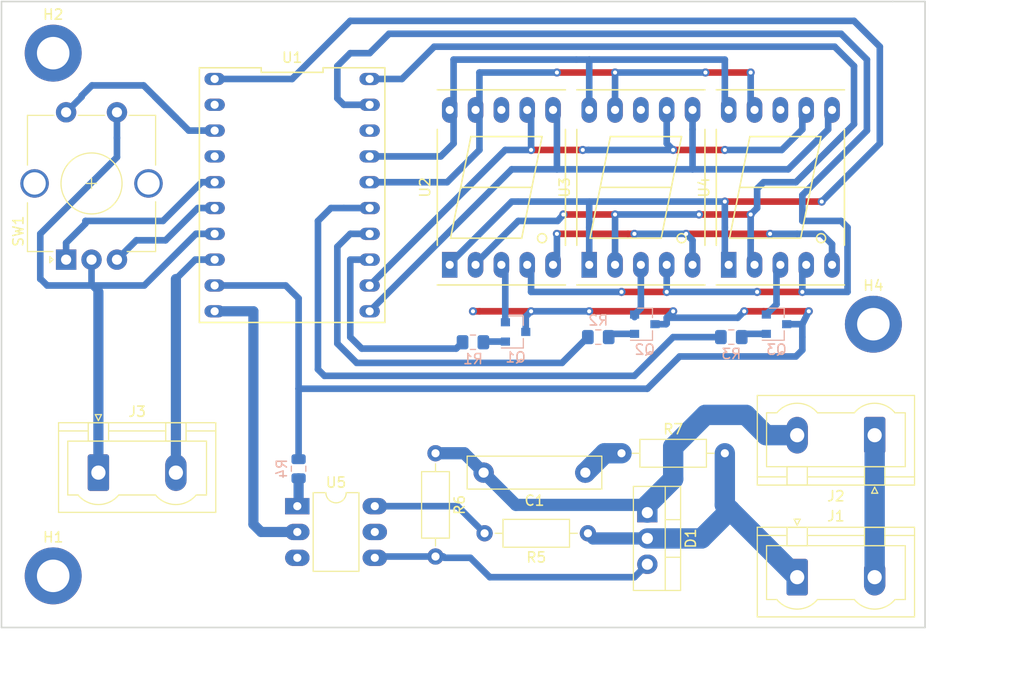
<source format=kicad_pcb>
(kicad_pcb (version 20171130) (host pcbnew "(5.0.2)-1")

  (general
    (thickness 1.6)
    (drawings 7)
    (tracks 277)
    (zones 0)
    (modules 24)
    (nets 40)
  )

  (page A4)
  (layers
    (0 F.Cu signal)
    (31 B.Cu signal)
    (32 B.Adhes user)
    (33 F.Adhes user)
    (34 B.Paste user)
    (35 F.Paste user)
    (36 B.SilkS user)
    (37 F.SilkS user)
    (38 B.Mask user)
    (39 F.Mask user)
    (40 Dwgs.User user)
    (41 Cmts.User user)
    (42 Eco1.User user)
    (43 Eco2.User user)
    (44 Edge.Cuts user)
    (45 Margin user)
    (46 B.CrtYd user)
    (47 F.CrtYd user)
    (48 B.Fab user)
    (49 F.Fab user)
  )

  (setup
    (last_trace_width 0.65)
    (user_trace_width 0.4)
    (user_trace_width 0.65)
    (user_trace_width 1.2)
    (user_trace_width 2)
    (trace_clearance 0.2)
    (zone_clearance 0.508)
    (zone_45_only no)
    (trace_min 0.2)
    (segment_width 0.2)
    (edge_width 0.15)
    (via_size 0.8)
    (via_drill 0.4)
    (via_min_size 0.4)
    (via_min_drill 0.3)
    (uvia_size 0.3)
    (uvia_drill 0.1)
    (uvias_allowed no)
    (uvia_min_size 0.2)
    (uvia_min_drill 0.1)
    (pcb_text_width 0.3)
    (pcb_text_size 1.5 1.5)
    (mod_edge_width 0.15)
    (mod_text_size 1 1)
    (mod_text_width 0.15)
    (pad_size 1.524 1.524)
    (pad_drill 0.762)
    (pad_to_mask_clearance 0.051)
    (solder_mask_min_width 0.25)
    (aux_axis_origin 0 0)
    (visible_elements FFFFFF7F)
    (pcbplotparams
      (layerselection 0x010fc_ffffffff)
      (usegerberextensions false)
      (usegerberattributes false)
      (usegerberadvancedattributes false)
      (creategerberjobfile false)
      (excludeedgelayer true)
      (linewidth 0.400000)
      (plotframeref false)
      (viasonmask false)
      (mode 1)
      (useauxorigin false)
      (hpglpennumber 1)
      (hpglpenspeed 20)
      (hpglpendiameter 15.000000)
      (psnegative false)
      (psa4output false)
      (plotreference true)
      (plotvalue true)
      (plotinvisibletext false)
      (padsonsilk false)
      (subtractmaskfromsilk false)
      (outputformat 1)
      (mirror false)
      (drillshape 1)
      (scaleselection 1)
      (outputdirectory ""))
  )

  (net 0 "")
  (net 1 "Net-(Q1-Pad1)")
  (net 2 "Net-(Q1-Pad2)")
  (net 3 +3V3)
  (net 4 "Net-(Q2-Pad2)")
  (net 5 "Net-(Q2-Pad1)")
  (net 6 "Net-(Q3-Pad1)")
  (net 7 "Net-(Q3-Pad2)")
  (net 8 "Net-(R2-Pad2)")
  (net 9 /e)
  (net 10 /d)
  (net 11 /c)
  (net 12 /dp)
  (net 13 /b)
  (net 14 /a)
  (net 15 /f)
  (net 16 /g)
  (net 17 GND)
  (net 18 /SW)
  (net 19 /EN_B)
  (net 20 /EN_A)
  (net 21 "Net-(C1-Pad1)")
  (net 22 "Net-(D1-Pad2)")
  (net 23 "Net-(D1-Pad3)")
  (net 24 "Net-(C1-Pad2)")
  (net 25 "Net-(R5-Pad2)")
  (net 26 "Net-(R4-Pad2)")
  (net 27 /OPTO)
  (net 28 "Net-(U5-Pad5)")
  (net 29 "Net-(U5-Pad3)")
  (net 30 "Net-(U1-Pad2)")
  (net 31 "Net-(U1-Pad4)")
  (net 32 /swim)
  (net 33 "Net-(J1-Pad2)")
  (net 34 "Net-(R3-Pad1)")
  (net 35 "Net-(R1-Pad1)")
  (net 36 "Net-(U2-Pad8)")
  (net 37 "Net-(U3-Pad8)")
  (net 38 "Net-(U4-Pad8)")
  (net 39 "Net-(J3-Pad2)")

  (net_class Default "This is the default net class."
    (clearance 0.2)
    (trace_width 0.25)
    (via_dia 0.8)
    (via_drill 0.4)
    (uvia_dia 0.3)
    (uvia_drill 0.1)
    (add_net +3V3)
    (add_net /EN_A)
    (add_net /EN_B)
    (add_net /OPTO)
    (add_net /SW)
    (add_net /a)
    (add_net /b)
    (add_net /c)
    (add_net /d)
    (add_net /dp)
    (add_net /e)
    (add_net /f)
    (add_net /g)
    (add_net /swim)
    (add_net GND)
    (add_net "Net-(C1-Pad1)")
    (add_net "Net-(C1-Pad2)")
    (add_net "Net-(D1-Pad2)")
    (add_net "Net-(D1-Pad3)")
    (add_net "Net-(J1-Pad2)")
    (add_net "Net-(J3-Pad2)")
    (add_net "Net-(Q1-Pad1)")
    (add_net "Net-(Q1-Pad2)")
    (add_net "Net-(Q2-Pad1)")
    (add_net "Net-(Q2-Pad2)")
    (add_net "Net-(Q3-Pad1)")
    (add_net "Net-(Q3-Pad2)")
    (add_net "Net-(R1-Pad1)")
    (add_net "Net-(R2-Pad2)")
    (add_net "Net-(R3-Pad1)")
    (add_net "Net-(R4-Pad2)")
    (add_net "Net-(R5-Pad2)")
    (add_net "Net-(U1-Pad2)")
    (add_net "Net-(U1-Pad4)")
    (add_net "Net-(U2-Pad8)")
    (add_net "Net-(U3-Pad8)")
    (add_net "Net-(U4-Pad8)")
    (add_net "Net-(U5-Pad3)")
    (add_net "Net-(U5-Pad5)")
  )

  (module MountingHole:MountingHole_3.2mm_M3_DIN965_Pad (layer F.Cu) (tedit 56D1B4CB) (tstamp 5F20DC82)
    (at 97.155 126.365)
    (descr "Mounting Hole 3.2mm, M3, DIN965")
    (tags "mounting hole 3.2mm m3 din965")
    (path /5EF6B686)
    (attr virtual)
    (fp_text reference H1 (at 0 -3.8) (layer F.SilkS)
      (effects (font (size 1 1) (thickness 0.15)))
    )
    (fp_text value MountingHole (at 0 3.8) (layer F.Fab)
      (effects (font (size 1 1) (thickness 0.15)))
    )
    (fp_circle (center 0 0) (end 3.05 0) (layer F.CrtYd) (width 0.05))
    (fp_circle (center 0 0) (end 2.8 0) (layer Cmts.User) (width 0.15))
    (fp_text user %R (at 0.3 0) (layer F.Fab)
      (effects (font (size 1 1) (thickness 0.15)))
    )
    (pad 1 thru_hole circle (at 0 0) (size 5.6 5.6) (drill 3.2) (layers *.Cu *.Mask))
  )

  (module MountingHole:MountingHole_3.2mm_M3_DIN965_Pad (layer F.Cu) (tedit 56D1B4CB) (tstamp 5F20DC7A)
    (at 97.155 74.93)
    (descr "Mounting Hole 3.2mm, M3, DIN965")
    (tags "mounting hole 3.2mm m3 din965")
    (path /5EF6F4BE)
    (attr virtual)
    (fp_text reference H2 (at 0 -3.8) (layer F.SilkS)
      (effects (font (size 1 1) (thickness 0.15)))
    )
    (fp_text value MountingHole (at 0 3.8) (layer F.Fab)
      (effects (font (size 1 1) (thickness 0.15)))
    )
    (fp_text user %R (at 0.3 0) (layer F.Fab)
      (effects (font (size 1 1) (thickness 0.15)))
    )
    (fp_circle (center 0 0) (end 2.8 0) (layer Cmts.User) (width 0.15))
    (fp_circle (center 0 0) (end 3.05 0) (layer F.CrtYd) (width 0.05))
    (pad 1 thru_hole circle (at 0 0) (size 5.6 5.6) (drill 3.2) (layers *.Cu *.Mask))
  )

  (module MountingHole:MountingHole_3.2mm_M3_DIN965_Pad (layer F.Cu) (tedit 56D1B4CB) (tstamp 5F20DC6A)
    (at 177.8 101.6)
    (descr "Mounting Hole 3.2mm, M3, DIN965")
    (tags "mounting hole 3.2mm m3 din965")
    (path /5EF6F54A)
    (attr virtual)
    (fp_text reference H4 (at 0 -3.8) (layer F.SilkS)
      (effects (font (size 1 1) (thickness 0.15)))
    )
    (fp_text value MountingHole (at 0 3.8) (layer F.Fab)
      (effects (font (size 1 1) (thickness 0.15)))
    )
    (fp_text user %R (at 0.3 0) (layer F.Fab)
      (effects (font (size 1 1) (thickness 0.15)))
    )
    (fp_circle (center 0 0) (end 2.8 0) (layer Cmts.User) (width 0.15))
    (fp_circle (center 0 0) (end 3.05 0) (layer F.CrtYd) (width 0.05))
    (pad 1 thru_hole circle (at 0 0) (size 5.6 5.6) (drill 3.2) (layers *.Cu *.Mask))
  )

  (module Capacitor_THT:C_Rect_L13.0mm_W3.0mm_P10.00mm_FKS3_FKP3_MKS4 (layer F.Cu) (tedit 5AE50EEF) (tstamp 5F130AE2)
    (at 149.479 116.205 180)
    (descr "C, Rect series, Radial, pin pitch=10.00mm, , length*width=13*3mm^2, Capacitor, http://www.wima.com/EN/WIMA_FKS_3.pdf, http://www.wima.com/EN/WIMA_MKS_4.pdf")
    (tags "C Rect series Radial pin pitch 10.00mm  length 13mm width 3mm Capacitor")
    (path /5EECFBA9)
    (fp_text reference C1 (at 5 -2.75 180) (layer F.SilkS)
      (effects (font (size 1 1) (thickness 0.15)))
    )
    (fp_text value C (at 5 2.75 180) (layer F.Fab)
      (effects (font (size 1 1) (thickness 0.15)))
    )
    (fp_text user %R (at 5 0 180) (layer F.Fab)
      (effects (font (size 1 1) (thickness 0.15)))
    )
    (fp_line (start 11.75 -1.75) (end -1.75 -1.75) (layer F.CrtYd) (width 0.05))
    (fp_line (start 11.75 1.75) (end 11.75 -1.75) (layer F.CrtYd) (width 0.05))
    (fp_line (start -1.75 1.75) (end 11.75 1.75) (layer F.CrtYd) (width 0.05))
    (fp_line (start -1.75 -1.75) (end -1.75 1.75) (layer F.CrtYd) (width 0.05))
    (fp_line (start 11.62 -1.62) (end 11.62 1.62) (layer F.SilkS) (width 0.12))
    (fp_line (start -1.62 -1.62) (end -1.62 1.62) (layer F.SilkS) (width 0.12))
    (fp_line (start -1.62 1.62) (end 11.62 1.62) (layer F.SilkS) (width 0.12))
    (fp_line (start -1.62 -1.62) (end 11.62 -1.62) (layer F.SilkS) (width 0.12))
    (fp_line (start 11.5 -1.5) (end -1.5 -1.5) (layer F.Fab) (width 0.1))
    (fp_line (start 11.5 1.5) (end 11.5 -1.5) (layer F.Fab) (width 0.1))
    (fp_line (start -1.5 1.5) (end 11.5 1.5) (layer F.Fab) (width 0.1))
    (fp_line (start -1.5 -1.5) (end -1.5 1.5) (layer F.Fab) (width 0.1))
    (pad 2 thru_hole circle (at 10 0 180) (size 2 2) (drill 1) (layers *.Cu *.Mask)
      (net 24 "Net-(C1-Pad2)"))
    (pad 1 thru_hole circle (at 0 0 180) (size 2 2) (drill 1) (layers *.Cu *.Mask)
      (net 21 "Net-(C1-Pad1)"))
    (model ${KISYS3DMOD}/Capacitor_THT.3dshapes/C_Rect_L13.0mm_W3.0mm_P10.00mm_FKS3_FKP3_MKS4.wrl
      (at (xyz 0 0 0))
      (scale (xyz 1 1 1))
      (rotate (xyz 0 0 0))
    )
  )

  (module Connector_Phoenix_GMSTB:PhoenixContact_GMSTBVA_2,5_2-G-7,62_1x02_P7.62mm_Vertical (layer F.Cu) (tedit 5B785048) (tstamp 5F0636DC)
    (at 170.307 126.492)
    (descr "Generic Phoenix Contact connector footprint for: GMSTBVA_2,5/2-G-7,62; number of pins: 02; pin pitch: 7.62mm; Vertical || order number: 1766770 12A 630V")
    (tags "phoenix_contact connector GMSTBVA_01x02_G_7.62mm")
    (path /5EECF850)
    (fp_text reference J1 (at 3.81 -6) (layer F.SilkS)
      (effects (font (size 1 1) (thickness 0.15)))
    )
    (fp_text value Conn_01x02_Female (at 3.81 5) (layer F.Fab)
      (effects (font (size 1 1) (thickness 0.15)))
    )
    (fp_text user %R (at 3.81 -4.1) (layer F.Fab)
      (effects (font (size 1 1) (thickness 0.15)))
    )
    (fp_line (start -0.5 -3.55) (end 0.5 -3.55) (layer F.Fab) (width 0.1))
    (fp_line (start 0 -2.55) (end -0.5 -3.55) (layer F.Fab) (width 0.1))
    (fp_line (start 0.5 -3.55) (end 0 -2.55) (layer F.Fab) (width 0.1))
    (fp_line (start -0.3 -5.71) (end 0.3 -5.71) (layer F.SilkS) (width 0.12))
    (fp_line (start 0 -5.11) (end -0.3 -5.71) (layer F.SilkS) (width 0.12))
    (fp_line (start 0.3 -5.71) (end 0 -5.11) (layer F.SilkS) (width 0.12))
    (fp_line (start 11.93 -5.3) (end -4.31 -5.3) (layer F.CrtYd) (width 0.05))
    (fp_line (start 11.93 4.3) (end 11.93 -5.3) (layer F.CrtYd) (width 0.05))
    (fp_line (start -4.31 4.3) (end 11.93 4.3) (layer F.CrtYd) (width 0.05))
    (fp_line (start -4.31 -5.3) (end -4.31 4.3) (layer F.CrtYd) (width 0.05))
    (fp_line (start 10.63 2.2) (end 9.62 2.2) (layer F.SilkS) (width 0.12))
    (fp_line (start 10.63 -3.1) (end 10.63 2.2) (layer F.SilkS) (width 0.12))
    (fp_line (start -3.01 -3.1) (end 10.63 -3.1) (layer F.SilkS) (width 0.12))
    (fp_line (start -3.01 2.2) (end -3.01 -3.1) (layer F.SilkS) (width 0.12))
    (fp_line (start -2 2.2) (end -3.01 2.2) (layer F.SilkS) (width 0.12))
    (fp_line (start 2 2.2) (end 5.62 2.2) (layer F.SilkS) (width 0.12))
    (fp_line (start 8.62 -3.1) (end 6.62 -3.1) (layer F.SilkS) (width 0.12))
    (fp_line (start 8.62 -4.91) (end 8.62 -3.1) (layer F.SilkS) (width 0.12))
    (fp_line (start 6.62 -4.91) (end 8.62 -4.91) (layer F.SilkS) (width 0.12))
    (fp_line (start 6.62 -3.1) (end 6.62 -4.91) (layer F.SilkS) (width 0.12))
    (fp_line (start 1 -3.1) (end -1 -3.1) (layer F.SilkS) (width 0.12))
    (fp_line (start 1 -4.91) (end 1 -3.1) (layer F.SilkS) (width 0.12))
    (fp_line (start -1 -4.91) (end 1 -4.91) (layer F.SilkS) (width 0.12))
    (fp_line (start -1 -3.1) (end -1 -4.91) (layer F.SilkS) (width 0.12))
    (fp_line (start 1 -4.1) (end 6.62 -4.1) (layer F.SilkS) (width 0.12))
    (fp_line (start 11.54 -4.1) (end 8.73 -4.1) (layer F.SilkS) (width 0.12))
    (fp_line (start -3.92 -4.1) (end -1.11 -4.1) (layer F.SilkS) (width 0.12))
    (fp_line (start 11.43 -4.8) (end -3.81 -4.8) (layer F.Fab) (width 0.1))
    (fp_line (start 11.43 3.8) (end 11.43 -4.8) (layer F.Fab) (width 0.1))
    (fp_line (start -3.81 3.8) (end 11.43 3.8) (layer F.Fab) (width 0.1))
    (fp_line (start -3.81 -4.8) (end -3.81 3.8) (layer F.Fab) (width 0.1))
    (fp_line (start 11.54 -4.91) (end -3.92 -4.91) (layer F.SilkS) (width 0.12))
    (fp_line (start 11.54 3.91) (end 11.54 -4.91) (layer F.SilkS) (width 0.12))
    (fp_line (start -3.92 3.91) (end 11.54 3.91) (layer F.SilkS) (width 0.12))
    (fp_line (start -3.92 -4.91) (end -3.92 3.91) (layer F.SilkS) (width 0.12))
    (fp_arc (start 7.62 0.55) (end 5.62 2.2) (angle -100.5) (layer F.SilkS) (width 0.12))
    (fp_arc (start 0 0.55) (end -2 2.2) (angle -100.5) (layer F.SilkS) (width 0.12))
    (pad 2 thru_hole oval (at 7.62 0) (size 2.1 3.6) (drill 1.4) (layers *.Cu *.Mask)
      (net 33 "Net-(J1-Pad2)"))
    (pad 1 thru_hole roundrect (at 0 0) (size 2.1 3.6) (drill 1.4) (layers *.Cu *.Mask) (roundrect_rratio 0.119048)
      (net 22 "Net-(D1-Pad2)"))
    (model ${KISYS3DMOD}/Connector_Phoenix_GMSTB.3dshapes/PhoenixContact_GMSTBVA_2,5_2-G-7,62_1x02_P7.62mm_Vertical.wrl
      (at (xyz 0 0 0))
      (scale (xyz 1 1 1))
      (rotate (xyz 0 0 0))
    )
  )

  (module Connector_Phoenix_GMSTB:PhoenixContact_GMSTBVA_2,5_2-G-7,62_1x02_P7.62mm_Vertical (layer F.Cu) (tedit 5B785048) (tstamp 5F0636B0)
    (at 177.927 112.522 180)
    (descr "Generic Phoenix Contact connector footprint for: GMSTBVA_2,5/2-G-7,62; number of pins: 02; pin pitch: 7.62mm; Vertical || order number: 1766770 12A 630V")
    (tags "phoenix_contact connector GMSTBVA_01x02_G_7.62mm")
    (path /5EECF92B)
    (fp_text reference J2 (at 3.81 -6 180) (layer F.SilkS)
      (effects (font (size 1 1) (thickness 0.15)))
    )
    (fp_text value Conn_01x02_Female (at 3.81 5 180) (layer F.Fab)
      (effects (font (size 1 1) (thickness 0.15)))
    )
    (fp_arc (start 0 0.55) (end -2 2.2) (angle -100.5) (layer F.SilkS) (width 0.12))
    (fp_arc (start 7.62 0.55) (end 5.62 2.2) (angle -100.5) (layer F.SilkS) (width 0.12))
    (fp_line (start -3.92 -4.91) (end -3.92 3.91) (layer F.SilkS) (width 0.12))
    (fp_line (start -3.92 3.91) (end 11.54 3.91) (layer F.SilkS) (width 0.12))
    (fp_line (start 11.54 3.91) (end 11.54 -4.91) (layer F.SilkS) (width 0.12))
    (fp_line (start 11.54 -4.91) (end -3.92 -4.91) (layer F.SilkS) (width 0.12))
    (fp_line (start -3.81 -4.8) (end -3.81 3.8) (layer F.Fab) (width 0.1))
    (fp_line (start -3.81 3.8) (end 11.43 3.8) (layer F.Fab) (width 0.1))
    (fp_line (start 11.43 3.8) (end 11.43 -4.8) (layer F.Fab) (width 0.1))
    (fp_line (start 11.43 -4.8) (end -3.81 -4.8) (layer F.Fab) (width 0.1))
    (fp_line (start -3.92 -4.1) (end -1.11 -4.1) (layer F.SilkS) (width 0.12))
    (fp_line (start 11.54 -4.1) (end 8.73 -4.1) (layer F.SilkS) (width 0.12))
    (fp_line (start 1 -4.1) (end 6.62 -4.1) (layer F.SilkS) (width 0.12))
    (fp_line (start -1 -3.1) (end -1 -4.91) (layer F.SilkS) (width 0.12))
    (fp_line (start -1 -4.91) (end 1 -4.91) (layer F.SilkS) (width 0.12))
    (fp_line (start 1 -4.91) (end 1 -3.1) (layer F.SilkS) (width 0.12))
    (fp_line (start 1 -3.1) (end -1 -3.1) (layer F.SilkS) (width 0.12))
    (fp_line (start 6.62 -3.1) (end 6.62 -4.91) (layer F.SilkS) (width 0.12))
    (fp_line (start 6.62 -4.91) (end 8.62 -4.91) (layer F.SilkS) (width 0.12))
    (fp_line (start 8.62 -4.91) (end 8.62 -3.1) (layer F.SilkS) (width 0.12))
    (fp_line (start 8.62 -3.1) (end 6.62 -3.1) (layer F.SilkS) (width 0.12))
    (fp_line (start 2 2.2) (end 5.62 2.2) (layer F.SilkS) (width 0.12))
    (fp_line (start -2 2.2) (end -3.01 2.2) (layer F.SilkS) (width 0.12))
    (fp_line (start -3.01 2.2) (end -3.01 -3.1) (layer F.SilkS) (width 0.12))
    (fp_line (start -3.01 -3.1) (end 10.63 -3.1) (layer F.SilkS) (width 0.12))
    (fp_line (start 10.63 -3.1) (end 10.63 2.2) (layer F.SilkS) (width 0.12))
    (fp_line (start 10.63 2.2) (end 9.62 2.2) (layer F.SilkS) (width 0.12))
    (fp_line (start -4.31 -5.3) (end -4.31 4.3) (layer F.CrtYd) (width 0.05))
    (fp_line (start -4.31 4.3) (end 11.93 4.3) (layer F.CrtYd) (width 0.05))
    (fp_line (start 11.93 4.3) (end 11.93 -5.3) (layer F.CrtYd) (width 0.05))
    (fp_line (start 11.93 -5.3) (end -4.31 -5.3) (layer F.CrtYd) (width 0.05))
    (fp_line (start 0.3 -5.71) (end 0 -5.11) (layer F.SilkS) (width 0.12))
    (fp_line (start 0 -5.11) (end -0.3 -5.71) (layer F.SilkS) (width 0.12))
    (fp_line (start -0.3 -5.71) (end 0.3 -5.71) (layer F.SilkS) (width 0.12))
    (fp_line (start 0.5 -3.55) (end 0 -2.55) (layer F.Fab) (width 0.1))
    (fp_line (start 0 -2.55) (end -0.5 -3.55) (layer F.Fab) (width 0.1))
    (fp_line (start -0.5 -3.55) (end 0.5 -3.55) (layer F.Fab) (width 0.1))
    (fp_text user %R (at 3.81 -4.1 180) (layer F.Fab)
      (effects (font (size 1 1) (thickness 0.15)))
    )
    (pad 1 thru_hole roundrect (at 0 0 180) (size 2.1 3.6) (drill 1.4) (layers *.Cu *.Mask) (roundrect_rratio 0.119048)
      (net 33 "Net-(J1-Pad2)"))
    (pad 2 thru_hole oval (at 7.62 0 180) (size 2.1 3.6) (drill 1.4) (layers *.Cu *.Mask)
      (net 24 "Net-(C1-Pad2)"))
    (model ${KISYS3DMOD}/Connector_Phoenix_GMSTB.3dshapes/PhoenixContact_GMSTBVA_2,5_2-G-7,62_1x02_P7.62mm_Vertical.wrl
      (at (xyz 0 0 0))
      (scale (xyz 1 1 1))
      (rotate (xyz 0 0 0))
    )
  )

  (module Package_DIP:DIP-6_W7.62mm_LongPads (layer F.Cu) (tedit 5A02E8C5) (tstamp 5F0635D8)
    (at 121.158 119.507)
    (descr "6-lead though-hole mounted DIP package, row spacing 7.62 mm (300 mils), LongPads")
    (tags "THT DIP DIL PDIP 2.54mm 7.62mm 300mil LongPads")
    (path /5EECF25B)
    (fp_text reference U5 (at 3.81 -2.33) (layer F.SilkS)
      (effects (font (size 1 1) (thickness 0.15)))
    )
    (fp_text value MOC3062M (at 3.81 7.41) (layer F.Fab)
      (effects (font (size 1 1) (thickness 0.15)))
    )
    (fp_arc (start 3.81 -1.33) (end 2.81 -1.33) (angle -180) (layer F.SilkS) (width 0.12))
    (fp_line (start 1.635 -1.27) (end 6.985 -1.27) (layer F.Fab) (width 0.1))
    (fp_line (start 6.985 -1.27) (end 6.985 6.35) (layer F.Fab) (width 0.1))
    (fp_line (start 6.985 6.35) (end 0.635 6.35) (layer F.Fab) (width 0.1))
    (fp_line (start 0.635 6.35) (end 0.635 -0.27) (layer F.Fab) (width 0.1))
    (fp_line (start 0.635 -0.27) (end 1.635 -1.27) (layer F.Fab) (width 0.1))
    (fp_line (start 2.81 -1.33) (end 1.56 -1.33) (layer F.SilkS) (width 0.12))
    (fp_line (start 1.56 -1.33) (end 1.56 6.41) (layer F.SilkS) (width 0.12))
    (fp_line (start 1.56 6.41) (end 6.06 6.41) (layer F.SilkS) (width 0.12))
    (fp_line (start 6.06 6.41) (end 6.06 -1.33) (layer F.SilkS) (width 0.12))
    (fp_line (start 6.06 -1.33) (end 4.81 -1.33) (layer F.SilkS) (width 0.12))
    (fp_line (start -1.45 -1.55) (end -1.45 6.6) (layer F.CrtYd) (width 0.05))
    (fp_line (start -1.45 6.6) (end 9.1 6.6) (layer F.CrtYd) (width 0.05))
    (fp_line (start 9.1 6.6) (end 9.1 -1.55) (layer F.CrtYd) (width 0.05))
    (fp_line (start 9.1 -1.55) (end -1.45 -1.55) (layer F.CrtYd) (width 0.05))
    (fp_text user %R (at 3.81 2.54) (layer F.Fab)
      (effects (font (size 1 1) (thickness 0.15)))
    )
    (pad 1 thru_hole rect (at 0 0) (size 2.4 1.6) (drill 0.8) (layers *.Cu *.Mask)
      (net 26 "Net-(R4-Pad2)"))
    (pad 4 thru_hole oval (at 7.62 5.08) (size 2.4 1.6) (drill 0.8) (layers *.Cu *.Mask)
      (net 23 "Net-(D1-Pad3)"))
    (pad 2 thru_hole oval (at 0 2.54) (size 2.4 1.6) (drill 0.8) (layers *.Cu *.Mask)
      (net 27 /OPTO))
    (pad 5 thru_hole oval (at 7.62 2.54) (size 2.4 1.6) (drill 0.8) (layers *.Cu *.Mask)
      (net 28 "Net-(U5-Pad5)"))
    (pad 3 thru_hole oval (at 0 5.08) (size 2.4 1.6) (drill 0.8) (layers *.Cu *.Mask)
      (net 29 "Net-(U5-Pad3)"))
    (pad 6 thru_hole oval (at 7.62 0) (size 2.4 1.6) (drill 0.8) (layers *.Cu *.Mask)
      (net 25 "Net-(R5-Pad2)"))
    (model ${KISYS3DMOD}/Package_DIP.3dshapes/DIP-6_W7.62mm.wrl
      (at (xyz 0 0 0))
      (scale (xyz 1 1 1))
      (rotate (xyz 0 0 0))
    )
  )

  (module Package_TO_SOT_SMD:SOT-23 (layer B.Cu) (tedit 5A02FF57) (tstamp 5F12FD07)
    (at 155.321 101.6)
    (descr "SOT-23, Standard")
    (tags SOT-23)
    (path /5EED1D6A)
    (attr smd)
    (fp_text reference Q2 (at 0 2.5) (layer B.SilkS)
      (effects (font (size 1 1) (thickness 0.15)) (justify mirror))
    )
    (fp_text value BSR20 (at 0 -2.5) (layer B.Fab)
      (effects (font (size 1 1) (thickness 0.15)) (justify mirror))
    )
    (fp_text user %R (at 0 0 -90) (layer B.Fab)
      (effects (font (size 0.5 0.5) (thickness 0.075)) (justify mirror))
    )
    (fp_line (start -0.7 0.95) (end -0.7 -1.5) (layer B.Fab) (width 0.1))
    (fp_line (start -0.15 1.52) (end 0.7 1.52) (layer B.Fab) (width 0.1))
    (fp_line (start -0.7 0.95) (end -0.15 1.52) (layer B.Fab) (width 0.1))
    (fp_line (start 0.7 1.52) (end 0.7 -1.52) (layer B.Fab) (width 0.1))
    (fp_line (start -0.7 -1.52) (end 0.7 -1.52) (layer B.Fab) (width 0.1))
    (fp_line (start 0.76 -1.58) (end 0.76 -0.65) (layer B.SilkS) (width 0.12))
    (fp_line (start 0.76 1.58) (end 0.76 0.65) (layer B.SilkS) (width 0.12))
    (fp_line (start -1.7 1.75) (end 1.7 1.75) (layer B.CrtYd) (width 0.05))
    (fp_line (start 1.7 1.75) (end 1.7 -1.75) (layer B.CrtYd) (width 0.05))
    (fp_line (start 1.7 -1.75) (end -1.7 -1.75) (layer B.CrtYd) (width 0.05))
    (fp_line (start -1.7 -1.75) (end -1.7 1.75) (layer B.CrtYd) (width 0.05))
    (fp_line (start 0.76 1.58) (end -1.4 1.58) (layer B.SilkS) (width 0.12))
    (fp_line (start 0.76 -1.58) (end -0.7 -1.58) (layer B.SilkS) (width 0.12))
    (pad 1 smd rect (at -1 0.95) (size 0.9 0.8) (layers B.Cu B.Paste B.Mask)
      (net 5 "Net-(Q2-Pad1)"))
    (pad 2 smd rect (at -1 -0.95) (size 0.9 0.8) (layers B.Cu B.Paste B.Mask)
      (net 4 "Net-(Q2-Pad2)"))
    (pad 3 smd rect (at 1 0) (size 0.9 0.8) (layers B.Cu B.Paste B.Mask)
      (net 3 +3V3))
    (model ${KISYS3DMOD}/Package_TO_SOT_SMD.3dshapes/SOT-23.wrl
      (at (xyz 0 0 0))
      (scale (xyz 1 1 1))
      (rotate (xyz 0 0 0))
    )
  )

  (module Package_TO_SOT_SMD:SOT-23 (layer B.Cu) (tedit 5A02FF57) (tstamp 5F0635A9)
    (at 168.275 101.6)
    (descr "SOT-23, Standard")
    (tags SOT-23)
    (path /5EED1DB2)
    (attr smd)
    (fp_text reference Q3 (at 0 2.5) (layer B.SilkS)
      (effects (font (size 1 1) (thickness 0.15)) (justify mirror))
    )
    (fp_text value BSR20 (at 0 -2.5) (layer B.Fab)
      (effects (font (size 1 1) (thickness 0.15)) (justify mirror))
    )
    (fp_line (start 0.76 -1.58) (end -0.7 -1.58) (layer B.SilkS) (width 0.12))
    (fp_line (start 0.76 1.58) (end -1.4 1.58) (layer B.SilkS) (width 0.12))
    (fp_line (start -1.7 -1.75) (end -1.7 1.75) (layer B.CrtYd) (width 0.05))
    (fp_line (start 1.7 -1.75) (end -1.7 -1.75) (layer B.CrtYd) (width 0.05))
    (fp_line (start 1.7 1.75) (end 1.7 -1.75) (layer B.CrtYd) (width 0.05))
    (fp_line (start -1.7 1.75) (end 1.7 1.75) (layer B.CrtYd) (width 0.05))
    (fp_line (start 0.76 1.58) (end 0.76 0.65) (layer B.SilkS) (width 0.12))
    (fp_line (start 0.76 -1.58) (end 0.76 -0.65) (layer B.SilkS) (width 0.12))
    (fp_line (start -0.7 -1.52) (end 0.7 -1.52) (layer B.Fab) (width 0.1))
    (fp_line (start 0.7 1.52) (end 0.7 -1.52) (layer B.Fab) (width 0.1))
    (fp_line (start -0.7 0.95) (end -0.15 1.52) (layer B.Fab) (width 0.1))
    (fp_line (start -0.15 1.52) (end 0.7 1.52) (layer B.Fab) (width 0.1))
    (fp_line (start -0.7 0.95) (end -0.7 -1.5) (layer B.Fab) (width 0.1))
    (fp_text user %R (at 0 0 -90) (layer B.Fab)
      (effects (font (size 0.5 0.5) (thickness 0.075)) (justify mirror))
    )
    (pad 3 smd rect (at 1 0) (size 0.9 0.8) (layers B.Cu B.Paste B.Mask)
      (net 3 +3V3))
    (pad 2 smd rect (at -1 -0.95) (size 0.9 0.8) (layers B.Cu B.Paste B.Mask)
      (net 7 "Net-(Q3-Pad2)"))
    (pad 1 smd rect (at -1 0.95) (size 0.9 0.8) (layers B.Cu B.Paste B.Mask)
      (net 6 "Net-(Q3-Pad1)"))
    (model ${KISYS3DMOD}/Package_TO_SOT_SMD.3dshapes/SOT-23.wrl
      (at (xyz 0 0 0))
      (scale (xyz 1 1 1))
      (rotate (xyz 0 0 0))
    )
  )

  (module Package_TO_SOT_THT:TO-220-3_Vertical (layer F.Cu) (tedit 5AC8BA0D) (tstamp 5F06357F)
    (at 155.575 120.142 270)
    (descr "TO-220-3, Vertical, RM 2.54mm, see https://www.vishay.com/docs/66542/to-220-1.pdf")
    (tags "TO-220-3 Vertical RM 2.54mm")
    (path /5EECF482)
    (fp_text reference D1 (at 2.54 -4.27 270) (layer F.SilkS)
      (effects (font (size 1 1) (thickness 0.15)))
    )
    (fp_text value BTA24-600B (at 2.54 2.5 270) (layer F.Fab)
      (effects (font (size 1 1) (thickness 0.15)))
    )
    (fp_line (start -2.46 -3.15) (end -2.46 1.25) (layer F.Fab) (width 0.1))
    (fp_line (start -2.46 1.25) (end 7.54 1.25) (layer F.Fab) (width 0.1))
    (fp_line (start 7.54 1.25) (end 7.54 -3.15) (layer F.Fab) (width 0.1))
    (fp_line (start 7.54 -3.15) (end -2.46 -3.15) (layer F.Fab) (width 0.1))
    (fp_line (start -2.46 -1.88) (end 7.54 -1.88) (layer F.Fab) (width 0.1))
    (fp_line (start 0.69 -3.15) (end 0.69 -1.88) (layer F.Fab) (width 0.1))
    (fp_line (start 4.39 -3.15) (end 4.39 -1.88) (layer F.Fab) (width 0.1))
    (fp_line (start -2.58 -3.27) (end 7.66 -3.27) (layer F.SilkS) (width 0.12))
    (fp_line (start -2.58 1.371) (end 7.66 1.371) (layer F.SilkS) (width 0.12))
    (fp_line (start -2.58 -3.27) (end -2.58 1.371) (layer F.SilkS) (width 0.12))
    (fp_line (start 7.66 -3.27) (end 7.66 1.371) (layer F.SilkS) (width 0.12))
    (fp_line (start -2.58 -1.76) (end 7.66 -1.76) (layer F.SilkS) (width 0.12))
    (fp_line (start 0.69 -3.27) (end 0.69 -1.76) (layer F.SilkS) (width 0.12))
    (fp_line (start 4.391 -3.27) (end 4.391 -1.76) (layer F.SilkS) (width 0.12))
    (fp_line (start -2.71 -3.4) (end -2.71 1.51) (layer F.CrtYd) (width 0.05))
    (fp_line (start -2.71 1.51) (end 7.79 1.51) (layer F.CrtYd) (width 0.05))
    (fp_line (start 7.79 1.51) (end 7.79 -3.4) (layer F.CrtYd) (width 0.05))
    (fp_line (start 7.79 -3.4) (end -2.71 -3.4) (layer F.CrtYd) (width 0.05))
    (fp_text user %R (at 2.54 -4.27 270) (layer F.Fab)
      (effects (font (size 1 1) (thickness 0.15)))
    )
    (pad 1 thru_hole rect (at 0 0 270) (size 1.905 2) (drill 1.1) (layers *.Cu *.Mask)
      (net 24 "Net-(C1-Pad2)"))
    (pad 2 thru_hole oval (at 2.54 0 270) (size 1.905 2) (drill 1.1) (layers *.Cu *.Mask)
      (net 22 "Net-(D1-Pad2)"))
    (pad 3 thru_hole oval (at 5.08 0 270) (size 1.905 2) (drill 1.1) (layers *.Cu *.Mask)
      (net 23 "Net-(D1-Pad3)"))
    (model ${KISYS3DMOD}/Package_TO_SOT_THT.3dshapes/TO-220-3_Vertical.wrl
      (at (xyz 0 0 0))
      (scale (xyz 1 1 1))
      (rotate (xyz 0 0 0))
    )
  )

  (module Resistor_SMD:R_0805_2012Metric (layer B.Cu) (tedit 5B36C52B) (tstamp 5F0641E4)
    (at 121.285 115.824 270)
    (descr "Resistor SMD 0805 (2012 Metric), square (rectangular) end terminal, IPC_7351 nominal, (Body size source: https://docs.google.com/spreadsheets/d/1BsfQQcO9C6DZCsRaXUlFlo91Tg2WpOkGARC1WS5S8t0/edit?usp=sharing), generated with kicad-footprint-generator")
    (tags resistor)
    (path /5EECF2EE)
    (attr smd)
    (fp_text reference R4 (at 0 1.65 270) (layer B.SilkS)
      (effects (font (size 1 1) (thickness 0.15)) (justify mirror))
    )
    (fp_text value R (at 0 -1.65 270) (layer B.Fab)
      (effects (font (size 1 1) (thickness 0.15)) (justify mirror))
    )
    (fp_line (start -1 -0.6) (end -1 0.6) (layer B.Fab) (width 0.1))
    (fp_line (start -1 0.6) (end 1 0.6) (layer B.Fab) (width 0.1))
    (fp_line (start 1 0.6) (end 1 -0.6) (layer B.Fab) (width 0.1))
    (fp_line (start 1 -0.6) (end -1 -0.6) (layer B.Fab) (width 0.1))
    (fp_line (start -0.258578 0.71) (end 0.258578 0.71) (layer B.SilkS) (width 0.12))
    (fp_line (start -0.258578 -0.71) (end 0.258578 -0.71) (layer B.SilkS) (width 0.12))
    (fp_line (start -1.68 -0.95) (end -1.68 0.95) (layer B.CrtYd) (width 0.05))
    (fp_line (start -1.68 0.95) (end 1.68 0.95) (layer B.CrtYd) (width 0.05))
    (fp_line (start 1.68 0.95) (end 1.68 -0.95) (layer B.CrtYd) (width 0.05))
    (fp_line (start 1.68 -0.95) (end -1.68 -0.95) (layer B.CrtYd) (width 0.05))
    (fp_text user %R (at 0 0 270) (layer B.Fab)
      (effects (font (size 0.5 0.5) (thickness 0.08)) (justify mirror))
    )
    (pad 1 smd roundrect (at -0.9375 0 270) (size 0.975 1.4) (layers B.Cu B.Paste B.Mask) (roundrect_rratio 0.25)
      (net 3 +3V3))
    (pad 2 smd roundrect (at 0.9375 0 270) (size 0.975 1.4) (layers B.Cu B.Paste B.Mask) (roundrect_rratio 0.25)
      (net 26 "Net-(R4-Pad2)"))
    (model ${KISYS3DMOD}/Resistor_SMD.3dshapes/R_0805_2012Metric.wrl
      (at (xyz 0 0 0))
      (scale (xyz 1 1 1))
      (rotate (xyz 0 0 0))
    )
  )

  (module Resistor_SMD:R_0805_2012Metric_Pad1.15x1.40mm_HandSolder (layer B.Cu) (tedit 5B36C52B) (tstamp 5F063554)
    (at 150.749 102.87 180)
    (descr "Resistor SMD 0805 (2012 Metric), square (rectangular) end terminal, IPC_7351 nominal with elongated pad for handsoldering. (Body size source: https://docs.google.com/spreadsheets/d/1BsfQQcO9C6DZCsRaXUlFlo91Tg2WpOkGARC1WS5S8t0/edit?usp=sharing), generated with kicad-footprint-generator")
    (tags "resistor handsolder")
    (path /5EED22A0)
    (attr smd)
    (fp_text reference R2 (at 0 1.65 180) (layer B.SilkS)
      (effects (font (size 1 1) (thickness 0.15)) (justify mirror))
    )
    (fp_text value 1k (at 0 -1.65 180) (layer B.Fab)
      (effects (font (size 1 1) (thickness 0.15)) (justify mirror))
    )
    (fp_line (start -1 -0.6) (end -1 0.6) (layer B.Fab) (width 0.1))
    (fp_line (start -1 0.6) (end 1 0.6) (layer B.Fab) (width 0.1))
    (fp_line (start 1 0.6) (end 1 -0.6) (layer B.Fab) (width 0.1))
    (fp_line (start 1 -0.6) (end -1 -0.6) (layer B.Fab) (width 0.1))
    (fp_line (start -0.261252 0.71) (end 0.261252 0.71) (layer B.SilkS) (width 0.12))
    (fp_line (start -0.261252 -0.71) (end 0.261252 -0.71) (layer B.SilkS) (width 0.12))
    (fp_line (start -1.85 -0.95) (end -1.85 0.95) (layer B.CrtYd) (width 0.05))
    (fp_line (start -1.85 0.95) (end 1.85 0.95) (layer B.CrtYd) (width 0.05))
    (fp_line (start 1.85 0.95) (end 1.85 -0.95) (layer B.CrtYd) (width 0.05))
    (fp_line (start 1.85 -0.95) (end -1.85 -0.95) (layer B.CrtYd) (width 0.05))
    (fp_text user %R (at 0 0 180) (layer B.Fab)
      (effects (font (size 0.5 0.5) (thickness 0.08)) (justify mirror))
    )
    (pad 1 smd roundrect (at -1.025 0 180) (size 1.15 1.4) (layers B.Cu B.Paste B.Mask) (roundrect_rratio 0.217391)
      (net 5 "Net-(Q2-Pad1)"))
    (pad 2 smd roundrect (at 1.025 0 180) (size 1.15 1.4) (layers B.Cu B.Paste B.Mask) (roundrect_rratio 0.217391)
      (net 8 "Net-(R2-Pad2)"))
    (model ${KISYS3DMOD}/Resistor_SMD.3dshapes/R_0805_2012Metric.wrl
      (at (xyz 0 0 0))
      (scale (xyz 1 1 1))
      (rotate (xyz 0 0 0))
    )
  )

  (module Resistor_SMD:R_0805_2012Metric_Pad1.15x1.40mm_HandSolder (layer B.Cu) (tedit 5B36C52B) (tstamp 5F131664)
    (at 138.43 103.378)
    (descr "Resistor SMD 0805 (2012 Metric), square (rectangular) end terminal, IPC_7351 nominal with elongated pad for handsoldering. (Body size source: https://docs.google.com/spreadsheets/d/1BsfQQcO9C6DZCsRaXUlFlo91Tg2WpOkGARC1WS5S8t0/edit?usp=sharing), generated with kicad-footprint-generator")
    (tags "resistor handsolder")
    (path /5EED1EC3)
    (attr smd)
    (fp_text reference R1 (at 0 1.65) (layer B.SilkS)
      (effects (font (size 1 1) (thickness 0.15)) (justify mirror))
    )
    (fp_text value 1k (at 0 -1.65) (layer B.Fab)
      (effects (font (size 1 1) (thickness 0.15)) (justify mirror))
    )
    (fp_text user %R (at 0 0) (layer B.Fab)
      (effects (font (size 0.5 0.5) (thickness 0.08)) (justify mirror))
    )
    (fp_line (start 1.85 -0.95) (end -1.85 -0.95) (layer B.CrtYd) (width 0.05))
    (fp_line (start 1.85 0.95) (end 1.85 -0.95) (layer B.CrtYd) (width 0.05))
    (fp_line (start -1.85 0.95) (end 1.85 0.95) (layer B.CrtYd) (width 0.05))
    (fp_line (start -1.85 -0.95) (end -1.85 0.95) (layer B.CrtYd) (width 0.05))
    (fp_line (start -0.261252 -0.71) (end 0.261252 -0.71) (layer B.SilkS) (width 0.12))
    (fp_line (start -0.261252 0.71) (end 0.261252 0.71) (layer B.SilkS) (width 0.12))
    (fp_line (start 1 -0.6) (end -1 -0.6) (layer B.Fab) (width 0.1))
    (fp_line (start 1 0.6) (end 1 -0.6) (layer B.Fab) (width 0.1))
    (fp_line (start -1 0.6) (end 1 0.6) (layer B.Fab) (width 0.1))
    (fp_line (start -1 -0.6) (end -1 0.6) (layer B.Fab) (width 0.1))
    (pad 2 smd roundrect (at 1.025 0) (size 1.15 1.4) (layers B.Cu B.Paste B.Mask) (roundrect_rratio 0.217391)
      (net 1 "Net-(Q1-Pad1)"))
    (pad 1 smd roundrect (at -1.025 0) (size 1.15 1.4) (layers B.Cu B.Paste B.Mask) (roundrect_rratio 0.217391)
      (net 35 "Net-(R1-Pad1)"))
    (model ${KISYS3DMOD}/Resistor_SMD.3dshapes/R_0805_2012Metric.wrl
      (at (xyz 0 0 0))
      (scale (xyz 1 1 1))
      (rotate (xyz 0 0 0))
    )
  )

  (module Resistor_SMD:R_0805_2012Metric_Pad1.15x1.40mm_HandSolder (layer B.Cu) (tedit 5B36C52B) (tstamp 5F131529)
    (at 163.83 102.87)
    (descr "Resistor SMD 0805 (2012 Metric), square (rectangular) end terminal, IPC_7351 nominal with elongated pad for handsoldering. (Body size source: https://docs.google.com/spreadsheets/d/1BsfQQcO9C6DZCsRaXUlFlo91Tg2WpOkGARC1WS5S8t0/edit?usp=sharing), generated with kicad-footprint-generator")
    (tags "resistor handsolder")
    (path /5EED22DA)
    (attr smd)
    (fp_text reference R3 (at 0 1.65) (layer B.SilkS)
      (effects (font (size 1 1) (thickness 0.15)) (justify mirror))
    )
    (fp_text value 1k (at 0 -1.65) (layer B.Fab)
      (effects (font (size 1 1) (thickness 0.15)) (justify mirror))
    )
    (fp_line (start -1 -0.6) (end -1 0.6) (layer B.Fab) (width 0.1))
    (fp_line (start -1 0.6) (end 1 0.6) (layer B.Fab) (width 0.1))
    (fp_line (start 1 0.6) (end 1 -0.6) (layer B.Fab) (width 0.1))
    (fp_line (start 1 -0.6) (end -1 -0.6) (layer B.Fab) (width 0.1))
    (fp_line (start -0.261252 0.71) (end 0.261252 0.71) (layer B.SilkS) (width 0.12))
    (fp_line (start -0.261252 -0.71) (end 0.261252 -0.71) (layer B.SilkS) (width 0.12))
    (fp_line (start -1.85 -0.95) (end -1.85 0.95) (layer B.CrtYd) (width 0.05))
    (fp_line (start -1.85 0.95) (end 1.85 0.95) (layer B.CrtYd) (width 0.05))
    (fp_line (start 1.85 0.95) (end 1.85 -0.95) (layer B.CrtYd) (width 0.05))
    (fp_line (start 1.85 -0.95) (end -1.85 -0.95) (layer B.CrtYd) (width 0.05))
    (fp_text user %R (at 0 0) (layer B.Fab)
      (effects (font (size 0.5 0.5) (thickness 0.08)) (justify mirror))
    )
    (pad 1 smd roundrect (at -1.025 0) (size 1.15 1.4) (layers B.Cu B.Paste B.Mask) (roundrect_rratio 0.217391)
      (net 34 "Net-(R3-Pad1)"))
    (pad 2 smd roundrect (at 1.025 0) (size 1.15 1.4) (layers B.Cu B.Paste B.Mask) (roundrect_rratio 0.217391)
      (net 6 "Net-(Q3-Pad1)"))
    (model ${KISYS3DMOD}/Resistor_SMD.3dshapes/R_0805_2012Metric.wrl
      (at (xyz 0 0 0))
      (scale (xyz 1 1 1))
      (rotate (xyz 0 0 0))
    )
  )

  (module Resistor_THT:R_Axial_DIN0207_L6.3mm_D2.5mm_P10.16mm_Horizontal (layer F.Cu) (tedit 5AE5139B) (tstamp 5F130D8C)
    (at 149.733 122.174 180)
    (descr "Resistor, Axial_DIN0207 series, Axial, Horizontal, pin pitch=10.16mm, 0.25W = 1/4W, length*diameter=6.3*2.5mm^2, http://cdn-reichelt.de/documents/datenblatt/B400/1_4W%23YAG.pdf")
    (tags "Resistor Axial_DIN0207 series Axial Horizontal pin pitch 10.16mm 0.25W = 1/4W length 6.3mm diameter 2.5mm")
    (path /5EECF533)
    (fp_text reference R5 (at 5.08 -2.37 180) (layer F.SilkS)
      (effects (font (size 1 1) (thickness 0.15)))
    )
    (fp_text value R (at 5.08 2.37 180) (layer F.Fab)
      (effects (font (size 1 1) (thickness 0.15)))
    )
    (fp_line (start 1.93 -1.25) (end 1.93 1.25) (layer F.Fab) (width 0.1))
    (fp_line (start 1.93 1.25) (end 8.23 1.25) (layer F.Fab) (width 0.1))
    (fp_line (start 8.23 1.25) (end 8.23 -1.25) (layer F.Fab) (width 0.1))
    (fp_line (start 8.23 -1.25) (end 1.93 -1.25) (layer F.Fab) (width 0.1))
    (fp_line (start 0 0) (end 1.93 0) (layer F.Fab) (width 0.1))
    (fp_line (start 10.16 0) (end 8.23 0) (layer F.Fab) (width 0.1))
    (fp_line (start 1.81 -1.37) (end 1.81 1.37) (layer F.SilkS) (width 0.12))
    (fp_line (start 1.81 1.37) (end 8.35 1.37) (layer F.SilkS) (width 0.12))
    (fp_line (start 8.35 1.37) (end 8.35 -1.37) (layer F.SilkS) (width 0.12))
    (fp_line (start 8.35 -1.37) (end 1.81 -1.37) (layer F.SilkS) (width 0.12))
    (fp_line (start 1.04 0) (end 1.81 0) (layer F.SilkS) (width 0.12))
    (fp_line (start 9.12 0) (end 8.35 0) (layer F.SilkS) (width 0.12))
    (fp_line (start -1.05 -1.5) (end -1.05 1.5) (layer F.CrtYd) (width 0.05))
    (fp_line (start -1.05 1.5) (end 11.21 1.5) (layer F.CrtYd) (width 0.05))
    (fp_line (start 11.21 1.5) (end 11.21 -1.5) (layer F.CrtYd) (width 0.05))
    (fp_line (start 11.21 -1.5) (end -1.05 -1.5) (layer F.CrtYd) (width 0.05))
    (fp_text user %R (at 5.08 0 180) (layer F.Fab)
      (effects (font (size 1 1) (thickness 0.15)))
    )
    (pad 1 thru_hole circle (at 0 0 180) (size 1.6 1.6) (drill 0.8) (layers *.Cu *.Mask)
      (net 22 "Net-(D1-Pad2)"))
    (pad 2 thru_hole oval (at 10.16 0 180) (size 1.6 1.6) (drill 0.8) (layers *.Cu *.Mask)
      (net 25 "Net-(R5-Pad2)"))
    (model ${KISYS3DMOD}/Resistor_THT.3dshapes/R_Axial_DIN0207_L6.3mm_D2.5mm_P10.16mm_Horizontal.wrl
      (at (xyz 0 0 0))
      (scale (xyz 1 1 1))
      (rotate (xyz 0 0 0))
    )
  )

  (module Resistor_THT:R_Axial_DIN0207_L6.3mm_D2.5mm_P10.16mm_Horizontal (layer F.Cu) (tedit 5AE5139B) (tstamp 5F130B1C)
    (at 134.747 114.3 270)
    (descr "Resistor, Axial_DIN0207 series, Axial, Horizontal, pin pitch=10.16mm, 0.25W = 1/4W, length*diameter=6.3*2.5mm^2, http://cdn-reichelt.de/documents/datenblatt/B400/1_4W%23YAG.pdf")
    (tags "Resistor Axial_DIN0207 series Axial Horizontal pin pitch 10.16mm 0.25W = 1/4W length 6.3mm diameter 2.5mm")
    (path /5EECF58C)
    (fp_text reference R6 (at 5.08 -2.37 270) (layer F.SilkS)
      (effects (font (size 1 1) (thickness 0.15)))
    )
    (fp_text value R (at 5.08 2.37 270) (layer F.Fab)
      (effects (font (size 1 1) (thickness 0.15)))
    )
    (fp_text user %R (at 5.08 0 270) (layer F.Fab)
      (effects (font (size 1 1) (thickness 0.15)))
    )
    (fp_line (start 11.21 -1.5) (end -1.05 -1.5) (layer F.CrtYd) (width 0.05))
    (fp_line (start 11.21 1.5) (end 11.21 -1.5) (layer F.CrtYd) (width 0.05))
    (fp_line (start -1.05 1.5) (end 11.21 1.5) (layer F.CrtYd) (width 0.05))
    (fp_line (start -1.05 -1.5) (end -1.05 1.5) (layer F.CrtYd) (width 0.05))
    (fp_line (start 9.12 0) (end 8.35 0) (layer F.SilkS) (width 0.12))
    (fp_line (start 1.04 0) (end 1.81 0) (layer F.SilkS) (width 0.12))
    (fp_line (start 8.35 -1.37) (end 1.81 -1.37) (layer F.SilkS) (width 0.12))
    (fp_line (start 8.35 1.37) (end 8.35 -1.37) (layer F.SilkS) (width 0.12))
    (fp_line (start 1.81 1.37) (end 8.35 1.37) (layer F.SilkS) (width 0.12))
    (fp_line (start 1.81 -1.37) (end 1.81 1.37) (layer F.SilkS) (width 0.12))
    (fp_line (start 10.16 0) (end 8.23 0) (layer F.Fab) (width 0.1))
    (fp_line (start 0 0) (end 1.93 0) (layer F.Fab) (width 0.1))
    (fp_line (start 8.23 -1.25) (end 1.93 -1.25) (layer F.Fab) (width 0.1))
    (fp_line (start 8.23 1.25) (end 8.23 -1.25) (layer F.Fab) (width 0.1))
    (fp_line (start 1.93 1.25) (end 8.23 1.25) (layer F.Fab) (width 0.1))
    (fp_line (start 1.93 -1.25) (end 1.93 1.25) (layer F.Fab) (width 0.1))
    (pad 2 thru_hole oval (at 10.16 0 270) (size 1.6 1.6) (drill 0.8) (layers *.Cu *.Mask)
      (net 23 "Net-(D1-Pad3)"))
    (pad 1 thru_hole circle (at 0 0 270) (size 1.6 1.6) (drill 0.8) (layers *.Cu *.Mask)
      (net 24 "Net-(C1-Pad2)"))
    (model ${KISYS3DMOD}/Resistor_THT.3dshapes/R_Axial_DIN0207_L6.3mm_D2.5mm_P10.16mm_Horizontal.wrl
      (at (xyz 0 0 0))
      (scale (xyz 1 1 1))
      (rotate (xyz 0 0 0))
    )
  )

  (module Resistor_THT:R_Axial_DIN0207_L6.3mm_D2.5mm_P10.16mm_Horizontal (layer F.Cu) (tedit 5AE5139B) (tstamp 5F130B5E)
    (at 153.035 114.3)
    (descr "Resistor, Axial_DIN0207 series, Axial, Horizontal, pin pitch=10.16mm, 0.25W = 1/4W, length*diameter=6.3*2.5mm^2, http://cdn-reichelt.de/documents/datenblatt/B400/1_4W%23YAG.pdf")
    (tags "Resistor Axial_DIN0207 series Axial Horizontal pin pitch 10.16mm 0.25W = 1/4W length 6.3mm diameter 2.5mm")
    (path /5EECF796)
    (fp_text reference R7 (at 5.08 -2.37) (layer F.SilkS)
      (effects (font (size 1 1) (thickness 0.15)))
    )
    (fp_text value R (at 5.08 2.37) (layer F.Fab)
      (effects (font (size 1 1) (thickness 0.15)))
    )
    (fp_line (start 1.93 -1.25) (end 1.93 1.25) (layer F.Fab) (width 0.1))
    (fp_line (start 1.93 1.25) (end 8.23 1.25) (layer F.Fab) (width 0.1))
    (fp_line (start 8.23 1.25) (end 8.23 -1.25) (layer F.Fab) (width 0.1))
    (fp_line (start 8.23 -1.25) (end 1.93 -1.25) (layer F.Fab) (width 0.1))
    (fp_line (start 0 0) (end 1.93 0) (layer F.Fab) (width 0.1))
    (fp_line (start 10.16 0) (end 8.23 0) (layer F.Fab) (width 0.1))
    (fp_line (start 1.81 -1.37) (end 1.81 1.37) (layer F.SilkS) (width 0.12))
    (fp_line (start 1.81 1.37) (end 8.35 1.37) (layer F.SilkS) (width 0.12))
    (fp_line (start 8.35 1.37) (end 8.35 -1.37) (layer F.SilkS) (width 0.12))
    (fp_line (start 8.35 -1.37) (end 1.81 -1.37) (layer F.SilkS) (width 0.12))
    (fp_line (start 1.04 0) (end 1.81 0) (layer F.SilkS) (width 0.12))
    (fp_line (start 9.12 0) (end 8.35 0) (layer F.SilkS) (width 0.12))
    (fp_line (start -1.05 -1.5) (end -1.05 1.5) (layer F.CrtYd) (width 0.05))
    (fp_line (start -1.05 1.5) (end 11.21 1.5) (layer F.CrtYd) (width 0.05))
    (fp_line (start 11.21 1.5) (end 11.21 -1.5) (layer F.CrtYd) (width 0.05))
    (fp_line (start 11.21 -1.5) (end -1.05 -1.5) (layer F.CrtYd) (width 0.05))
    (fp_text user %R (at 5.08 0) (layer F.Fab)
      (effects (font (size 1 1) (thickness 0.15)))
    )
    (pad 1 thru_hole circle (at 0 0) (size 1.6 1.6) (drill 0.8) (layers *.Cu *.Mask)
      (net 21 "Net-(C1-Pad1)"))
    (pad 2 thru_hole oval (at 10.16 0) (size 1.6 1.6) (drill 0.8) (layers *.Cu *.Mask)
      (net 22 "Net-(D1-Pad2)"))
    (model ${KISYS3DMOD}/Resistor_THT.3dshapes/R_Axial_DIN0207_L6.3mm_D2.5mm_P10.16mm_Horizontal.wrl
      (at (xyz 0 0 0))
      (scale (xyz 1 1 1))
      (rotate (xyz 0 0 0))
    )
  )

  (module Rotary_Encoder:RotaryEncoder_Alps_EC12E-Switch_Vertical_H20mm_CircularMountingHoles (layer F.Cu) (tedit 5A64F967) (tstamp 5F0634DC)
    (at 98.425 95.25 90)
    (descr "Alps rotary encoder, EC12E... with switch, vertical shaft, mounting holes with circular drills, http://www.alps.com/prod/info/E/HTML/Encoder/Incremental/EC12E/EC12E1240405.html & http://cdn-reichelt.de/documents/datenblatt/F100/402097STEC12E08.PDF")
    (tags "rotary encoder")
    (path /5EF04048)
    (fp_text reference SW1 (at 2.8 -4.7 90) (layer F.SilkS)
      (effects (font (size 1 1) (thickness 0.15)))
    )
    (fp_text value Rotary_Encoder_Switch (at 7.5 10.4 90) (layer F.Fab)
      (effects (font (size 1 1) (thickness 0.15)))
    )
    (fp_text user %R (at 11.5 6.6 90) (layer F.Fab)
      (effects (font (size 1 1) (thickness 0.15)))
    )
    (fp_line (start 7 2.5) (end 8 2.5) (layer F.SilkS) (width 0.12))
    (fp_line (start 7.5 2) (end 7.5 3) (layer F.SilkS) (width 0.12))
    (fp_line (start 14.2 6.2) (end 14.2 8.8) (layer F.SilkS) (width 0.12))
    (fp_line (start 14.2 1.2) (end 14.2 3.8) (layer F.SilkS) (width 0.12))
    (fp_line (start 14.2 -3.8) (end 14.2 -1.2) (layer F.SilkS) (width 0.12))
    (fp_line (start 4.5 2.5) (end 10.5 2.5) (layer F.Fab) (width 0.12))
    (fp_line (start 7.5 -0.5) (end 7.5 5.5) (layer F.Fab) (width 0.12))
    (fp_line (start 0.3 -1.6) (end 0 -1.3) (layer F.SilkS) (width 0.12))
    (fp_line (start -0.3 -1.6) (end 0.3 -1.6) (layer F.SilkS) (width 0.12))
    (fp_line (start 0 -1.3) (end -0.3 -1.6) (layer F.SilkS) (width 0.12))
    (fp_line (start 0.8 -3.8) (end 0.8 -1.3) (layer F.SilkS) (width 0.12))
    (fp_line (start 5.6 -3.8) (end 0.8 -3.8) (layer F.SilkS) (width 0.12))
    (fp_line (start 0.8 8.8) (end 0.8 6) (layer F.SilkS) (width 0.12))
    (fp_line (start 5.7 8.8) (end 0.8 8.8) (layer F.SilkS) (width 0.12))
    (fp_line (start 14.2 8.8) (end 9.3 8.8) (layer F.SilkS) (width 0.12))
    (fp_line (start 9.3 -3.8) (end 14.2 -3.8) (layer F.SilkS) (width 0.12))
    (fp_line (start 0.9 -2.6) (end 1.9 -3.7) (layer F.Fab) (width 0.12))
    (fp_line (start 0.9 8.7) (end 0.9 -2.6) (layer F.Fab) (width 0.12))
    (fp_line (start 14.1 8.7) (end 0.9 8.7) (layer F.Fab) (width 0.12))
    (fp_line (start 14.1 -3.7) (end 14.1 8.7) (layer F.Fab) (width 0.12))
    (fp_line (start 1.9 -3.7) (end 14.1 -3.7) (layer F.Fab) (width 0.12))
    (fp_line (start -1.5 -5) (end 16 -5) (layer F.CrtYd) (width 0.05))
    (fp_line (start -1.5 -5) (end -1.5 10) (layer F.CrtYd) (width 0.05))
    (fp_line (start 16 10) (end 16 -5) (layer F.CrtYd) (width 0.05))
    (fp_line (start 16 10) (end -1.5 10) (layer F.CrtYd) (width 0.05))
    (fp_circle (center 7.5 2.5) (end 10.5 2.5) (layer F.SilkS) (width 0.12))
    (fp_circle (center 7.5 2.5) (end 10.5 2.5) (layer F.Fab) (width 0.12))
    (pad S2 thru_hole circle (at 14.5 5 90) (size 2 2) (drill 1) (layers *.Cu *.Mask)
      (net 17 GND))
    (pad S1 thru_hole circle (at 14.5 0 90) (size 2 2) (drill 1) (layers *.Cu *.Mask)
      (net 18 /SW))
    (pad MP thru_hole circle (at 7.5 8.1 90) (size 2.8 2.8) (drill 2.2) (layers *.Cu *.Mask))
    (pad MP thru_hole circle (at 7.5 -3.1 90) (size 2.8 2.8) (drill 2.2) (layers *.Cu *.Mask))
    (pad B thru_hole circle (at 0 5 90) (size 2 2) (drill 1) (layers *.Cu *.Mask)
      (net 19 /EN_B))
    (pad C thru_hole circle (at 0 2.5 90) (size 2 2) (drill 1) (layers *.Cu *.Mask)
      (net 17 GND))
    (pad A thru_hole rect (at 0 0 90) (size 2 2) (drill 1) (layers *.Cu *.Mask)
      (net 20 /EN_A))
    (model ${KISYS3DMOD}/Rotary_Encoder.3dshapes/RotaryEncoder_Alps_EC12E-Switch_Vertical_H20mm_CircularMountingHoles.wrl
      (at (xyz 0 0 0))
      (scale (xyz 1 1 1))
      (rotate (xyz 0 0 0))
    )
  )

  (module Package_TO_SOT_SMD:SOT-23 (layer B.Cu) (tedit 5A02FF57) (tstamp 5F12F8F3)
    (at 142.621 102.362)
    (descr "SOT-23, Standard")
    (tags SOT-23)
    (path /5EED1D00)
    (attr smd)
    (fp_text reference Q1 (at 0 2.5) (layer B.SilkS)
      (effects (font (size 1 1) (thickness 0.15)) (justify mirror))
    )
    (fp_text value BSR20 (at 0 -2.5) (layer B.Fab)
      (effects (font (size 1 1) (thickness 0.15)) (justify mirror))
    )
    (fp_text user %R (at 0 0 -90) (layer B.Fab)
      (effects (font (size 0.5 0.5) (thickness 0.075)) (justify mirror))
    )
    (fp_line (start -0.7 0.95) (end -0.7 -1.5) (layer B.Fab) (width 0.1))
    (fp_line (start -0.15 1.52) (end 0.7 1.52) (layer B.Fab) (width 0.1))
    (fp_line (start -0.7 0.95) (end -0.15 1.52) (layer B.Fab) (width 0.1))
    (fp_line (start 0.7 1.52) (end 0.7 -1.52) (layer B.Fab) (width 0.1))
    (fp_line (start -0.7 -1.52) (end 0.7 -1.52) (layer B.Fab) (width 0.1))
    (fp_line (start 0.76 -1.58) (end 0.76 -0.65) (layer B.SilkS) (width 0.12))
    (fp_line (start 0.76 1.58) (end 0.76 0.65) (layer B.SilkS) (width 0.12))
    (fp_line (start -1.7 1.75) (end 1.7 1.75) (layer B.CrtYd) (width 0.05))
    (fp_line (start 1.7 1.75) (end 1.7 -1.75) (layer B.CrtYd) (width 0.05))
    (fp_line (start 1.7 -1.75) (end -1.7 -1.75) (layer B.CrtYd) (width 0.05))
    (fp_line (start -1.7 -1.75) (end -1.7 1.75) (layer B.CrtYd) (width 0.05))
    (fp_line (start 0.76 1.58) (end -1.4 1.58) (layer B.SilkS) (width 0.12))
    (fp_line (start 0.76 -1.58) (end -0.7 -1.58) (layer B.SilkS) (width 0.12))
    (pad 1 smd rect (at -1 0.95) (size 0.9 0.8) (layers B.Cu B.Paste B.Mask)
      (net 1 "Net-(Q1-Pad1)"))
    (pad 2 smd rect (at -1 -0.95) (size 0.9 0.8) (layers B.Cu B.Paste B.Mask)
      (net 2 "Net-(Q1-Pad2)"))
    (pad 3 smd rect (at 1 0) (size 0.9 0.8) (layers B.Cu B.Paste B.Mask)
      (net 3 +3V3))
    (model ${KISYS3DMOD}/Package_TO_SOT_SMD.3dshapes/SOT-23.wrl
      (at (xyz 0 0 0))
      (scale (xyz 1 1 1))
      (rotate (xyz 0 0 0))
    )
  )

  (module Display_7Segment:7SegmentLED_LTS6760_LTS6780 (layer F.Cu) (tedit 5BE69100) (tstamp 5F12F917)
    (at 136.144 95.758 90)
    (descr "7-Segment Display, LTS67x0, http://optoelectronics.liteon.com/upload/download/DS30-2001-355/S6760jd.pdf")
    (tags "7Segment LED LTS6760 LTS6780")
    (path /5EED545F)
    (fp_text reference U2 (at 7.62 -2.42 90) (layer F.SilkS)
      (effects (font (size 1 1) (thickness 0.15)))
    )
    (fp_text value KCSA02-123 (at 7.62 12.58 90) (layer F.Fab)
      (effects (font (size 1 1) (thickness 0.15)))
    )
    (fp_line (start -1.88 -0.17) (end -1.88 11.33) (layer F.Fab) (width 0.1))
    (fp_line (start -0.88 -1.17) (end -1.88 -0.17) (layer F.Fab) (width 0.1))
    (fp_line (start 17.12 -1.17) (end -0.88 -1.17) (layer F.Fab) (width 0.1))
    (fp_line (start 17.12 11.33) (end 17.12 -1.17) (layer F.Fab) (width 0.1))
    (fp_line (start -1.88 11.33) (end 17.12 11.33) (layer F.Fab) (width 0.1))
    (fp_circle (center 2.62 9.08) (end 2.42 9.48) (layer F.SilkS) (width 0.15))
    (fp_line (start 17.22 -1.22) (end 17.22 11.38) (layer F.SilkS) (width 0.15))
    (fp_line (start 13.32 11.38) (end 1.92 11.38) (layer F.SilkS) (width 0.15))
    (fp_line (start 13.32 -1.22) (end 1.92 -1.22) (layer F.SilkS) (width 0.15))
    (fp_line (start -1.98 11.38) (end -1.98 -1.22) (layer F.SilkS) (width 0.15))
    (fp_line (start 12.62 2.08) (end 12.62 9.08) (layer F.SilkS) (width 0.15))
    (fp_line (start 7.62 8.08) (end 7.62 1.08) (layer F.SilkS) (width 0.15))
    (fp_line (start 12.62 9.08) (end 7.62 8.08) (layer F.SilkS) (width 0.15))
    (fp_line (start 2.62 7.08) (end 7.62 8.08) (layer F.SilkS) (width 0.15))
    (fp_line (start 2.62 0.08) (end 2.62 7.08) (layer F.SilkS) (width 0.15))
    (fp_line (start 7.62 1.08) (end 2.62 0.08) (layer F.SilkS) (width 0.15))
    (fp_line (start 12.62 2.08) (end 7.62 1.08) (layer F.SilkS) (width 0.15))
    (fp_text user %R (at 7.87 5.08 90) (layer F.Fab)
      (effects (font (size 1 1) (thickness 0.15)))
    )
    (fp_line (start 17.62 -1.67) (end 17.62 11.83) (layer F.CrtYd) (width 0.05))
    (fp_line (start 17.62 11.83) (end -2.38 11.83) (layer F.CrtYd) (width 0.05))
    (fp_line (start -2.38 11.83) (end -2.38 -1.67) (layer F.CrtYd) (width 0.05))
    (fp_line (start -2.38 -1.67) (end 17.62 -1.67) (layer F.CrtYd) (width 0.05))
    (pad 10 thru_hole oval (at 15.24 0) (size 1.524 2.524) (drill 0.8) (layers *.Cu *.Mask)
      (net 16 /g))
    (pad 9 thru_hole oval (at 15.24 2.54) (size 1.524 2.524) (drill 0.8) (layers *.Cu *.Mask)
      (net 15 /f))
    (pad 8 thru_hole oval (at 15.24 5.08) (size 1.524 2.524) (drill 0.8) (layers *.Cu *.Mask)
      (net 36 "Net-(U2-Pad8)"))
    (pad 7 thru_hole oval (at 15.24 7.62) (size 1.524 2.524) (drill 0.8) (layers *.Cu *.Mask)
      (net 14 /a))
    (pad 6 thru_hole oval (at 15.24 10.16) (size 1.524 2.524) (drill 0.8) (layers *.Cu *.Mask)
      (net 13 /b))
    (pad 5 thru_hole oval (at 0 10.16) (size 1.524 2.524) (drill 0.8) (layers *.Cu *.Mask)
      (net 12 /dp))
    (pad 4 thru_hole oval (at 0 7.62) (size 1.524 2.524) (drill 0.8) (layers *.Cu *.Mask)
      (net 11 /c))
    (pad 3 thru_hole oval (at 0 5.08) (size 1.524 2.524) (drill 0.8) (layers *.Cu *.Mask)
      (net 2 "Net-(Q1-Pad2)"))
    (pad 2 thru_hole oval (at 0 2.54) (size 1.524 2.524) (drill 0.8) (layers *.Cu *.Mask)
      (net 10 /d))
    (pad 1 thru_hole rect (at 0 0) (size 1.524 2.524) (drill 0.8) (layers *.Cu *.Mask)
      (net 9 /e))
    (model ${KISYS3DMOD}/Display_7Segment.3dshapes/7SegmentLED_LTS6760_LTS6780.wrl
      (at (xyz 0 0 0))
      (scale (xyz 1 1 1))
      (rotate (xyz 0 0 0))
    )
  )

  (module Display_7Segment:7SegmentLED_LTS6760_LTS6780 (layer F.Cu) (tedit 5BE69100) (tstamp 5F1317F1)
    (at 149.86 95.758 90)
    (descr "7-Segment Display, LTS67x0, http://optoelectronics.liteon.com/upload/download/DS30-2001-355/S6760jd.pdf")
    (tags "7Segment LED LTS6760 LTS6780")
    (path /5EED581A)
    (fp_text reference U3 (at 7.62 -2.42 90) (layer F.SilkS)
      (effects (font (size 1 1) (thickness 0.15)))
    )
    (fp_text value KCSA02-123 (at 7.62 12.58 90) (layer F.Fab)
      (effects (font (size 1 1) (thickness 0.15)))
    )
    (fp_line (start -1.88 -0.17) (end -1.88 11.33) (layer F.Fab) (width 0.1))
    (fp_line (start -0.88 -1.17) (end -1.88 -0.17) (layer F.Fab) (width 0.1))
    (fp_line (start 17.12 -1.17) (end -0.88 -1.17) (layer F.Fab) (width 0.1))
    (fp_line (start 17.12 11.33) (end 17.12 -1.17) (layer F.Fab) (width 0.1))
    (fp_line (start -1.88 11.33) (end 17.12 11.33) (layer F.Fab) (width 0.1))
    (fp_circle (center 2.62 9.08) (end 2.42 9.48) (layer F.SilkS) (width 0.15))
    (fp_line (start 17.22 -1.22) (end 17.22 11.38) (layer F.SilkS) (width 0.15))
    (fp_line (start 13.32 11.38) (end 1.92 11.38) (layer F.SilkS) (width 0.15))
    (fp_line (start 13.32 -1.22) (end 1.92 -1.22) (layer F.SilkS) (width 0.15))
    (fp_line (start -1.98 11.38) (end -1.98 -1.22) (layer F.SilkS) (width 0.15))
    (fp_line (start 12.62 2.08) (end 12.62 9.08) (layer F.SilkS) (width 0.15))
    (fp_line (start 7.62 8.08) (end 7.62 1.08) (layer F.SilkS) (width 0.15))
    (fp_line (start 12.62 9.08) (end 7.62 8.08) (layer F.SilkS) (width 0.15))
    (fp_line (start 2.62 7.08) (end 7.62 8.08) (layer F.SilkS) (width 0.15))
    (fp_line (start 2.62 0.08) (end 2.62 7.08) (layer F.SilkS) (width 0.15))
    (fp_line (start 7.62 1.08) (end 2.62 0.08) (layer F.SilkS) (width 0.15))
    (fp_line (start 12.62 2.08) (end 7.62 1.08) (layer F.SilkS) (width 0.15))
    (fp_text user %R (at 7.87 5.08 90) (layer F.Fab)
      (effects (font (size 1 1) (thickness 0.15)))
    )
    (fp_line (start 17.62 -1.67) (end 17.62 11.83) (layer F.CrtYd) (width 0.05))
    (fp_line (start 17.62 11.83) (end -2.38 11.83) (layer F.CrtYd) (width 0.05))
    (fp_line (start -2.38 11.83) (end -2.38 -1.67) (layer F.CrtYd) (width 0.05))
    (fp_line (start -2.38 -1.67) (end 17.62 -1.67) (layer F.CrtYd) (width 0.05))
    (pad 10 thru_hole oval (at 15.24 0) (size 1.524 2.524) (drill 0.8) (layers *.Cu *.Mask)
      (net 16 /g))
    (pad 9 thru_hole oval (at 15.24 2.54) (size 1.524 2.524) (drill 0.8) (layers *.Cu *.Mask)
      (net 15 /f))
    (pad 8 thru_hole oval (at 15.24 5.08) (size 1.524 2.524) (drill 0.8) (layers *.Cu *.Mask)
      (net 37 "Net-(U3-Pad8)"))
    (pad 7 thru_hole oval (at 15.24 7.62) (size 1.524 2.524) (drill 0.8) (layers *.Cu *.Mask)
      (net 14 /a))
    (pad 6 thru_hole oval (at 15.24 10.16) (size 1.524 2.524) (drill 0.8) (layers *.Cu *.Mask)
      (net 13 /b))
    (pad 5 thru_hole oval (at 0 10.16) (size 1.524 2.524) (drill 0.8) (layers *.Cu *.Mask)
      (net 12 /dp))
    (pad 4 thru_hole oval (at 0 7.62) (size 1.524 2.524) (drill 0.8) (layers *.Cu *.Mask)
      (net 11 /c))
    (pad 3 thru_hole oval (at 0 5.08) (size 1.524 2.524) (drill 0.8) (layers *.Cu *.Mask)
      (net 4 "Net-(Q2-Pad2)"))
    (pad 2 thru_hole oval (at 0 2.54) (size 1.524 2.524) (drill 0.8) (layers *.Cu *.Mask)
      (net 10 /d))
    (pad 1 thru_hole rect (at 0 0) (size 1.524 2.524) (drill 0.8) (layers *.Cu *.Mask)
      (net 9 /e))
    (model ${KISYS3DMOD}/Display_7Segment.3dshapes/7SegmentLED_LTS6760_LTS6780.wrl
      (at (xyz 0 0 0))
      (scale (xyz 1 1 1))
      (rotate (xyz 0 0 0))
    )
  )

  (module Display_7Segment:7SegmentLED_LTS6760_LTS6780 (layer F.Cu) (tedit 5BE69100) (tstamp 5F207182)
    (at 163.576 95.758 90)
    (descr "7-Segment Display, LTS67x0, http://optoelectronics.liteon.com/upload/download/DS30-2001-355/S6760jd.pdf")
    (tags "7Segment LED LTS6760 LTS6780")
    (path /5EED5894)
    (fp_text reference U4 (at 7.62 -2.42 90) (layer F.SilkS)
      (effects (font (size 1 1) (thickness 0.15)))
    )
    (fp_text value KCSA02-123 (at 7.62 12.58 90) (layer F.Fab)
      (effects (font (size 1 1) (thickness 0.15)))
    )
    (fp_line (start -2.38 -1.67) (end 17.62 -1.67) (layer F.CrtYd) (width 0.05))
    (fp_line (start -2.38 11.83) (end -2.38 -1.67) (layer F.CrtYd) (width 0.05))
    (fp_line (start 17.62 11.83) (end -2.38 11.83) (layer F.CrtYd) (width 0.05))
    (fp_line (start 17.62 -1.67) (end 17.62 11.83) (layer F.CrtYd) (width 0.05))
    (fp_text user %R (at 7.87 5.08 90) (layer F.Fab)
      (effects (font (size 1 1) (thickness 0.15)))
    )
    (fp_line (start 12.62 2.08) (end 7.62 1.08) (layer F.SilkS) (width 0.15))
    (fp_line (start 7.62 1.08) (end 2.62 0.08) (layer F.SilkS) (width 0.15))
    (fp_line (start 2.62 0.08) (end 2.62 7.08) (layer F.SilkS) (width 0.15))
    (fp_line (start 2.62 7.08) (end 7.62 8.08) (layer F.SilkS) (width 0.15))
    (fp_line (start 12.62 9.08) (end 7.62 8.08) (layer F.SilkS) (width 0.15))
    (fp_line (start 7.62 8.08) (end 7.62 1.08) (layer F.SilkS) (width 0.15))
    (fp_line (start 12.62 2.08) (end 12.62 9.08) (layer F.SilkS) (width 0.15))
    (fp_line (start -1.98 11.38) (end -1.98 -1.22) (layer F.SilkS) (width 0.15))
    (fp_line (start 13.32 -1.22) (end 1.92 -1.22) (layer F.SilkS) (width 0.15))
    (fp_line (start 13.32 11.38) (end 1.92 11.38) (layer F.SilkS) (width 0.15))
    (fp_line (start 17.22 -1.22) (end 17.22 11.38) (layer F.SilkS) (width 0.15))
    (fp_circle (center 2.62 9.08) (end 2.42 9.48) (layer F.SilkS) (width 0.15))
    (fp_line (start -1.88 11.33) (end 17.12 11.33) (layer F.Fab) (width 0.1))
    (fp_line (start 17.12 11.33) (end 17.12 -1.17) (layer F.Fab) (width 0.1))
    (fp_line (start 17.12 -1.17) (end -0.88 -1.17) (layer F.Fab) (width 0.1))
    (fp_line (start -0.88 -1.17) (end -1.88 -0.17) (layer F.Fab) (width 0.1))
    (fp_line (start -1.88 -0.17) (end -1.88 11.33) (layer F.Fab) (width 0.1))
    (pad 1 thru_hole rect (at 0 0) (size 1.524 2.524) (drill 0.8) (layers *.Cu *.Mask)
      (net 9 /e))
    (pad 2 thru_hole oval (at 0 2.54) (size 1.524 2.524) (drill 0.8) (layers *.Cu *.Mask)
      (net 10 /d))
    (pad 3 thru_hole oval (at 0 5.08) (size 1.524 2.524) (drill 0.8) (layers *.Cu *.Mask)
      (net 7 "Net-(Q3-Pad2)"))
    (pad 4 thru_hole oval (at 0 7.62) (size 1.524 2.524) (drill 0.8) (layers *.Cu *.Mask)
      (net 11 /c))
    (pad 5 thru_hole oval (at 0 10.16) (size 1.524 2.524) (drill 0.8) (layers *.Cu *.Mask)
      (net 12 /dp))
    (pad 6 thru_hole oval (at 15.24 10.16) (size 1.524 2.524) (drill 0.8) (layers *.Cu *.Mask)
      (net 13 /b))
    (pad 7 thru_hole oval (at 15.24 7.62) (size 1.524 2.524) (drill 0.8) (layers *.Cu *.Mask)
      (net 14 /a))
    (pad 8 thru_hole oval (at 15.24 5.08) (size 1.524 2.524) (drill 0.8) (layers *.Cu *.Mask)
      (net 38 "Net-(U4-Pad8)"))
    (pad 9 thru_hole oval (at 15.24 2.54) (size 1.524 2.524) (drill 0.8) (layers *.Cu *.Mask)
      (net 15 /f))
    (pad 10 thru_hole oval (at 15.24 0) (size 1.524 2.524) (drill 0.8) (layers *.Cu *.Mask)
      (net 16 /g))
    (model ${KISYS3DMOD}/Display_7Segment.3dshapes/7SegmentLED_LTS6760_LTS6780.wrl
      (at (xyz 0 0 0))
      (scale (xyz 1 1 1))
      (rotate (xyz 0 0 0))
    )
  )

  (module ebay_modules:DIP-20_600_ELL (layer F.Cu) (tedit 0) (tstamp 5F206E9E)
    (at 120.65 88.9 270)
    (path /5EED1B37)
    (fp_text reference U1 (at -13.53 0) (layer F.SilkS)
      (effects (font (size 1 1) (thickness 0.15)))
    )
    (fp_text value Stm8S103F6_module (at 0 0 270) (layer F.Fab)
      (effects (font (size 1 1) (thickness 0.15)))
    )
    (fp_line (start -12.53 9.12) (end 12.53 9.12) (layer F.SilkS) (width 0.15))
    (fp_line (start 12.53 9.12) (end 12.53 -9.12) (layer F.SilkS) (width 0.15))
    (fp_line (start 12.53 -9.12) (end -12.53 -9.12) (layer F.SilkS) (width 0.15))
    (fp_line (start -12.53 -9.12) (end -12.53 -3.04) (layer F.SilkS) (width 0.15))
    (fp_line (start -12.53 -3.04) (end -12.08 -3.04) (layer F.SilkS) (width 0.15))
    (fp_line (start -12.08 -3.04) (end -12.08 3.039999) (layer F.SilkS) (width 0.15))
    (fp_line (start -12.08 3.039999) (end -12.53 3.039999) (layer F.SilkS) (width 0.15))
    (fp_line (start -12.53 3.039999) (end -12.53 9.12) (layer F.SilkS) (width 0.15))
    (fp_line (start -12.7 -9.25) (end 12.7 -9.25) (layer F.CrtYd) (width 0.05))
    (fp_line (start 12.7 -9.25) (end 12.7 9.25) (layer F.CrtYd) (width 0.05))
    (fp_line (start 12.7 9.25) (end -12.7 9.25) (layer F.CrtYd) (width 0.05))
    (fp_line (start -12.7 9.25) (end -12.7 -9.25) (layer F.CrtYd) (width 0.05))
    (pad 20 thru_hole oval (at -11.43 -7.62 270) (size 1.2 2) (drill 0.8) (layers *.Cu *.Mask)
      (net 10 /d))
    (pad 1 thru_hole oval (at -11.43 7.62 270) (size 1.2 2) (drill 0.8) (layers *.Cu *.Mask)
      (net 9 /e))
    (pad 19 thru_hole oval (at -8.89 -7.62 270) (size 1.2 2) (drill 0.8) (layers *.Cu *.Mask)
      (net 11 /c))
    (pad 2 thru_hole oval (at -8.89 7.62 270) (size 1.2 2) (drill 0.8) (layers *.Cu *.Mask)
      (net 30 "Net-(U1-Pad2)"))
    (pad 18 thru_hole oval (at -6.35 -7.62 270) (size 1.2 2) (drill 0.8) (layers *.Cu *.Mask)
      (net 32 /swim))
    (pad 3 thru_hole oval (at -6.35 7.62 270) (size 1.2 2) (drill 0.8) (layers *.Cu *.Mask)
      (net 18 /SW))
    (pad 17 thru_hole oval (at -3.81 -7.62 270) (size 1.2 2) (drill 0.8) (layers *.Cu *.Mask)
      (net 16 /g))
    (pad 4 thru_hole oval (at -3.81 7.62 270) (size 1.2 2) (drill 0.8) (layers *.Cu *.Mask)
      (net 31 "Net-(U1-Pad4)"))
    (pad 16 thru_hole oval (at -1.27 -7.62 270) (size 1.2 2) (drill 0.8) (layers *.Cu *.Mask)
      (net 15 /f))
    (pad 5 thru_hole oval (at -1.27 7.62 270) (size 1.2 2) (drill 0.8) (layers *.Cu *.Mask)
      (net 20 /EN_A))
    (pad 15 thru_hole oval (at 1.27 -7.62 270) (size 1.2 2) (drill 0.8) (layers *.Cu *.Mask)
      (net 34 "Net-(R3-Pad1)"))
    (pad 6 thru_hole oval (at 1.27 7.62 270) (size 1.2 2) (drill 0.8) (layers *.Cu *.Mask)
      (net 19 /EN_B))
    (pad 14 thru_hole oval (at 3.81 -7.62 270) (size 1.2 2) (drill 0.8) (layers *.Cu *.Mask)
      (net 8 "Net-(R2-Pad2)"))
    (pad 7 thru_hole oval (at 3.81 7.62 270) (size 1.2 2) (drill 0.8) (layers *.Cu *.Mask)
      (net 17 GND))
    (pad 13 thru_hole oval (at 6.35 -7.62 270) (size 1.2 2) (drill 0.8) (layers *.Cu *.Mask)
      (net 35 "Net-(R1-Pad1)"))
    (pad 8 thru_hole oval (at 6.35 7.62 270) (size 1.2 2) (drill 0.8) (layers *.Cu *.Mask)
      (net 39 "Net-(J3-Pad2)"))
    (pad 12 thru_hole oval (at 8.89 -7.62 270) (size 1.2 2) (drill 0.8) (layers *.Cu *.Mask)
      (net 14 /a))
    (pad 9 thru_hole oval (at 8.89 7.62 270) (size 1.2 2) (drill 0.8) (layers *.Cu *.Mask)
      (net 3 +3V3))
    (pad 11 thru_hole oval (at 11.43 -7.62 270) (size 1.2 2) (drill 0.8) (layers *.Cu *.Mask)
      (net 13 /b))
    (pad 10 thru_hole oval (at 11.43 7.62 270) (size 1.2 2) (drill 0.8) (layers *.Cu *.Mask)
      (net 27 /OPTO))
  )

  (module Connector_Phoenix_GMSTB:PhoenixContact_GMSTBVA_2,5_2-G-7,62_1x02_P7.62mm_Vertical (layer F.Cu) (tedit 5B785048) (tstamp 5F20B764)
    (at 101.6 116.205)
    (descr "Generic Phoenix Contact connector footprint for: GMSTBVA_2,5/2-G-7,62; number of pins: 02; pin pitch: 7.62mm; Vertical || order number: 1766770 12A 630V")
    (tags "phoenix_contact connector GMSTBVA_01x02_G_7.62mm")
    (path /5EF4A07A)
    (fp_text reference J3 (at 3.81 -6) (layer F.SilkS)
      (effects (font (size 1 1) (thickness 0.15)))
    )
    (fp_text value Supply (at 3.81 5) (layer F.Fab)
      (effects (font (size 1 1) (thickness 0.15)))
    )
    (fp_arc (start 0 0.55) (end -2 2.2) (angle -100.5) (layer F.SilkS) (width 0.12))
    (fp_arc (start 7.62 0.55) (end 5.62 2.2) (angle -100.5) (layer F.SilkS) (width 0.12))
    (fp_line (start -3.92 -4.91) (end -3.92 3.91) (layer F.SilkS) (width 0.12))
    (fp_line (start -3.92 3.91) (end 11.54 3.91) (layer F.SilkS) (width 0.12))
    (fp_line (start 11.54 3.91) (end 11.54 -4.91) (layer F.SilkS) (width 0.12))
    (fp_line (start 11.54 -4.91) (end -3.92 -4.91) (layer F.SilkS) (width 0.12))
    (fp_line (start -3.81 -4.8) (end -3.81 3.8) (layer F.Fab) (width 0.1))
    (fp_line (start -3.81 3.8) (end 11.43 3.8) (layer F.Fab) (width 0.1))
    (fp_line (start 11.43 3.8) (end 11.43 -4.8) (layer F.Fab) (width 0.1))
    (fp_line (start 11.43 -4.8) (end -3.81 -4.8) (layer F.Fab) (width 0.1))
    (fp_line (start -3.92 -4.1) (end -1.11 -4.1) (layer F.SilkS) (width 0.12))
    (fp_line (start 11.54 -4.1) (end 8.73 -4.1) (layer F.SilkS) (width 0.12))
    (fp_line (start 1 -4.1) (end 6.62 -4.1) (layer F.SilkS) (width 0.12))
    (fp_line (start -1 -3.1) (end -1 -4.91) (layer F.SilkS) (width 0.12))
    (fp_line (start -1 -4.91) (end 1 -4.91) (layer F.SilkS) (width 0.12))
    (fp_line (start 1 -4.91) (end 1 -3.1) (layer F.SilkS) (width 0.12))
    (fp_line (start 1 -3.1) (end -1 -3.1) (layer F.SilkS) (width 0.12))
    (fp_line (start 6.62 -3.1) (end 6.62 -4.91) (layer F.SilkS) (width 0.12))
    (fp_line (start 6.62 -4.91) (end 8.62 -4.91) (layer F.SilkS) (width 0.12))
    (fp_line (start 8.62 -4.91) (end 8.62 -3.1) (layer F.SilkS) (width 0.12))
    (fp_line (start 8.62 -3.1) (end 6.62 -3.1) (layer F.SilkS) (width 0.12))
    (fp_line (start 2 2.2) (end 5.62 2.2) (layer F.SilkS) (width 0.12))
    (fp_line (start -2 2.2) (end -3.01 2.2) (layer F.SilkS) (width 0.12))
    (fp_line (start -3.01 2.2) (end -3.01 -3.1) (layer F.SilkS) (width 0.12))
    (fp_line (start -3.01 -3.1) (end 10.63 -3.1) (layer F.SilkS) (width 0.12))
    (fp_line (start 10.63 -3.1) (end 10.63 2.2) (layer F.SilkS) (width 0.12))
    (fp_line (start 10.63 2.2) (end 9.62 2.2) (layer F.SilkS) (width 0.12))
    (fp_line (start -4.31 -5.3) (end -4.31 4.3) (layer F.CrtYd) (width 0.05))
    (fp_line (start -4.31 4.3) (end 11.93 4.3) (layer F.CrtYd) (width 0.05))
    (fp_line (start 11.93 4.3) (end 11.93 -5.3) (layer F.CrtYd) (width 0.05))
    (fp_line (start 11.93 -5.3) (end -4.31 -5.3) (layer F.CrtYd) (width 0.05))
    (fp_line (start 0.3 -5.71) (end 0 -5.11) (layer F.SilkS) (width 0.12))
    (fp_line (start 0 -5.11) (end -0.3 -5.71) (layer F.SilkS) (width 0.12))
    (fp_line (start -0.3 -5.71) (end 0.3 -5.71) (layer F.SilkS) (width 0.12))
    (fp_line (start 0.5 -3.55) (end 0 -2.55) (layer F.Fab) (width 0.1))
    (fp_line (start 0 -2.55) (end -0.5 -3.55) (layer F.Fab) (width 0.1))
    (fp_line (start -0.5 -3.55) (end 0.5 -3.55) (layer F.Fab) (width 0.1))
    (fp_text user %R (at 3.81 -4.1) (layer F.Fab)
      (effects (font (size 1 1) (thickness 0.15)))
    )
    (pad 1 thru_hole roundrect (at 0 0) (size 2.1 3.6) (drill 1.4) (layers *.Cu *.Mask) (roundrect_rratio 0.119048)
      (net 17 GND))
    (pad 2 thru_hole oval (at 7.62 0) (size 2.1 3.6) (drill 1.4) (layers *.Cu *.Mask)
      (net 39 "Net-(J3-Pad2)"))
    (model ${KISYS3DMOD}/Connector_Phoenix_GMSTB.3dshapes/PhoenixContact_GMSTBVA_2,5_2-G-7,62_1x02_P7.62mm_Vertical.wrl
      (at (xyz 0 0 0))
      (scale (xyz 1 1 1))
      (rotate (xyz 0 0 0))
    )
  )

  (dimension 61.595 (width 0.3) (layer Dwgs.User)
    (gr_text "61,595 mm" (at 190.695 100.6475 90) (layer Dwgs.User)
      (effects (font (size 1.5 1.5) (thickness 0.3)))
    )
    (feature1 (pts (xy 182.88 69.85) (xy 189.181421 69.85)))
    (feature2 (pts (xy 182.88 131.445) (xy 189.181421 131.445)))
    (crossbar (pts (xy 188.595 131.445) (xy 188.595 69.85)))
    (arrow1a (pts (xy 188.595 69.85) (xy 189.181421 70.976504)))
    (arrow1b (pts (xy 188.595 69.85) (xy 188.008579 70.976504)))
    (arrow2a (pts (xy 188.595 131.445) (xy 189.181421 130.318496)))
    (arrow2b (pts (xy 188.595 131.445) (xy 188.008579 130.318496)))
  )
  (dimension 90.805 (width 0.3) (layer Dwgs.User)
    (gr_text "90,805 mm" (at 137.4775 137.99) (layer Dwgs.User)
      (effects (font (size 1.5 1.5) (thickness 0.3)))
    )
    (feature1 (pts (xy 182.88 131.445) (xy 182.88 136.476421)))
    (feature2 (pts (xy 92.075 131.445) (xy 92.075 136.476421)))
    (crossbar (pts (xy 92.075 135.89) (xy 182.88 135.89)))
    (arrow1a (pts (xy 182.88 135.89) (xy 181.753496 136.476421)))
    (arrow1b (pts (xy 182.88 135.89) (xy 181.753496 135.303579)))
    (arrow2a (pts (xy 92.075 135.89) (xy 93.201504 136.476421)))
    (arrow2b (pts (xy 92.075 135.89) (xy 93.201504 135.303579)))
  )
  (gr_line (start 182.88 69.85) (end 179.705 69.85) (layer Edge.Cuts) (width 0.15))
  (gr_line (start 182.88 131.445) (end 182.88 69.85) (layer Edge.Cuts) (width 0.15))
  (gr_line (start 92.075 131.445) (end 182.88 131.445) (layer Edge.Cuts) (width 0.15))
  (gr_line (start 92.075 69.85) (end 92.075 131.445) (layer Edge.Cuts) (width 0.15))
  (gr_line (start 179.705 69.85) (end 92.075 69.85) (layer Edge.Cuts) (width 0.15))

  (segment (start 139.521 103.312) (end 139.455 103.378) (width 0.65) (layer B.Cu) (net 1))
  (segment (start 141.621 103.312) (end 139.521 103.312) (width 0.65) (layer B.Cu) (net 1))
  (segment (start 141.605 101.396) (end 141.621 101.412) (width 0.65) (layer B.Cu) (net 2))
  (segment (start 141.605 95.758) (end 141.605 101.396) (width 0.65) (layer B.Cu) (net 2))
  (via (at 144.145 100.33) (size 0.8) (drill 0.4) (layers F.Cu B.Cu) (net 3))
  (segment (start 143.621 102.362) (end 143.621 100.854) (width 0.65) (layer B.Cu) (net 3))
  (segment (start 143.621 100.854) (end 144.145 100.33) (width 0.65) (layer B.Cu) (net 3))
  (segment (start 121.285 114.8865) (end 121.285 107.95) (width 0.65) (layer B.Cu) (net 3))
  (segment (start 121.285 107.95) (end 121.285 99.06) (width 0.65) (layer B.Cu) (net 3))
  (segment (start 170.815 101.6) (end 169.275 101.6) (width 0.65) (layer B.Cu) (net 3))
  (via (at 165.1 100.33) (size 0.8) (drill 0.4) (layers F.Cu B.Cu) (net 3))
  (segment (start 165.1 100.33) (end 164.465 100.965) (width 0.65) (layer B.Cu) (net 3))
  (segment (start 164.465 100.965) (end 157.48 100.965) (width 0.65) (layer B.Cu) (net 3))
  (segment (start 157.421 101.6) (end 156.321 101.6) (width 0.65) (layer B.Cu) (net 3))
  (segment (start 157.48 101.541) (end 157.421 101.6) (width 0.65) (layer B.Cu) (net 3))
  (segment (start 157.48 100.965) (end 157.48 101.541) (width 0.65) (layer B.Cu) (net 3))
  (via (at 158.115 100.33) (size 0.8) (drill 0.4) (layers F.Cu B.Cu) (net 3))
  (segment (start 157.48 100.965) (end 158.115 100.33) (width 0.65) (layer B.Cu) (net 3))
  (via (at 149.86 100.33) (size 0.8) (drill 0.4) (layers F.Cu B.Cu) (net 3))
  (segment (start 158.115 100.33) (end 149.86 100.33) (width 0.65) (layer F.Cu) (net 3))
  (segment (start 149.86 100.33) (end 144.145 100.33) (width 0.65) (layer B.Cu) (net 3))
  (segment (start 170.815 102.87) (end 170.815 101.6) (width 0.65) (layer B.Cu) (net 3))
  (segment (start 170.815 104.14) (end 170.815 102.87) (width 0.65) (layer B.Cu) (net 3))
  (segment (start 170.18 104.775) (end 170.815 104.14) (width 0.65) (layer B.Cu) (net 3))
  (segment (start 158.75 104.775) (end 170.18 104.775) (width 0.65) (layer B.Cu) (net 3))
  (segment (start 121.285 107.95) (end 155.575 107.95) (width 0.65) (layer B.Cu) (net 3))
  (segment (start 155.575 107.95) (end 158.75 104.775) (width 0.65) (layer B.Cu) (net 3))
  (via (at 171.45 100.33) (size 0.8) (drill 0.4) (layers F.Cu B.Cu) (net 3))
  (segment (start 170.815 101.6) (end 171.45 100.33) (width 0.65) (layer B.Cu) (net 3))
  (segment (start 167.005 100.33) (end 165.1 100.33) (width 0.65) (layer F.Cu) (net 3))
  (segment (start 171.45 100.33) (end 167.005 100.33) (width 0.65) (layer F.Cu) (net 3))
  (via (at 138.43 100.33) (size 0.8) (drill 0.4) (layers F.Cu B.Cu) (net 3))
  (segment (start 139.065 100.33) (end 144.145 100.33) (width 0.65) (layer F.Cu) (net 3))
  (segment (start 138.43 100.33) (end 139.065 100.33) (width 0.65) (layer F.Cu) (net 3))
  (segment (start 120.015 97.79) (end 120.65 98.425) (width 0.65) (layer B.Cu) (net 3))
  (segment (start 113.03 97.79) (end 120.015 97.79) (width 0.65) (layer B.Cu) (net 3))
  (segment (start 121.285 99.06) (end 120.65 98.425) (width 0.65) (layer B.Cu) (net 3))
  (segment (start 154.305 100.888) (end 154.321 100.904) (width 0.65) (layer B.Cu) (net 4))
  (segment (start 154.305 100.634) (end 154.321 100.65) (width 0.65) (layer B.Cu) (net 4))
  (segment (start 154.94 100.031) (end 154.321 100.65) (width 0.65) (layer B.Cu) (net 4))
  (segment (start 154.94 95.758) (end 154.94 100.031) (width 0.65) (layer B.Cu) (net 4))
  (segment (start 151.84 102.804) (end 151.774 102.87) (width 0.65) (layer B.Cu) (net 5))
  (segment (start 152.094 102.55) (end 151.774 102.87) (width 0.65) (layer B.Cu) (net 5))
  (segment (start 154.321 102.55) (end 152.094 102.55) (width 0.65) (layer B.Cu) (net 5))
  (segment (start 165.175 102.55) (end 164.855 102.87) (width 0.65) (layer B.Cu) (net 6))
  (segment (start 167.275 102.55) (end 165.175 102.55) (width 0.65) (layer B.Cu) (net 6))
  (segment (start 167.513 100.412) (end 167.275 100.65) (width 0.65) (layer B.Cu) (net 7))
  (segment (start 168.275 99.65) (end 167.275 100.65) (width 0.65) (layer B.Cu) (net 7))
  (segment (start 168.275 95.758) (end 168.275 99.65) (width 0.65) (layer B.Cu) (net 7))
  (segment (start 126.365 92.71) (end 128.27 92.71) (width 0.65) (layer B.Cu) (net 8))
  (segment (start 125.095 93.98) (end 126.365 92.71) (width 0.65) (layer B.Cu) (net 8))
  (segment (start 125.095 103.505) (end 125.095 93.98) (width 0.65) (layer B.Cu) (net 8))
  (segment (start 127 105.41) (end 125.095 103.505) (width 0.65) (layer B.Cu) (net 8))
  (segment (start 149.724 102.87) (end 147.184 105.41) (width 0.65) (layer B.Cu) (net 8))
  (segment (start 147.184 105.41) (end 127 105.41) (width 0.65) (layer B.Cu) (net 8))
  (segment (start 149.86 92.075) (end 149.86 95.758) (width 0.65) (layer B.Cu) (net 9))
  (segment (start 163.195 92.075) (end 163.195 95.758) (width 0.65) (layer B.Cu) (net 9))
  (segment (start 149.86 89.535) (end 149.86 92.075) (width 0.65) (layer B.Cu) (net 9))
  (segment (start 149.86 89.535) (end 163.195 89.535) (width 0.65) (layer B.Cu) (net 9))
  (segment (start 163.195 89.535) (end 163.195 92.075) (width 0.65) (layer B.Cu) (net 9))
  (via (at 163.195 89.535) (size 0.8) (drill 0.4) (layers F.Cu B.Cu) (net 9))
  (segment (start 142.248 89.535) (end 142.875 89.535) (width 0.65) (layer B.Cu) (net 9))
  (segment (start 136.525 95.258) (end 142.248 89.535) (width 0.65) (layer B.Cu) (net 9))
  (segment (start 136.525 95.758) (end 136.525 95.258) (width 0.65) (layer B.Cu) (net 9))
  (segment (start 142.875 89.535) (end 149.86 89.535) (width 0.65) (layer B.Cu) (net 9))
  (segment (start 171.45 89.535) (end 163.195 89.535) (width 0.65) (layer F.Cu) (net 9))
  (segment (start 172.72 89.535) (end 171.45 89.535) (width 0.65) (layer F.Cu) (net 9))
  (segment (start 172.72 89.535) (end 178.435 83.82) (width 0.65) (layer B.Cu) (net 9))
  (segment (start 178.435 83.82) (end 178.435 74.295) (width 0.65) (layer B.Cu) (net 9))
  (via (at 172.72 89.535) (size 0.8) (drill 0.4) (layers F.Cu B.Cu) (net 9))
  (segment (start 178.435 74.295) (end 175.895 71.755) (width 0.65) (layer B.Cu) (net 9))
  (segment (start 175.895 71.755) (end 126.365 71.755) (width 0.65) (layer B.Cu) (net 9))
  (segment (start 120.65 77.47) (end 113.03 77.47) (width 0.65) (layer B.Cu) (net 9))
  (segment (start 126.365 71.755) (end 120.65 77.47) (width 0.65) (layer B.Cu) (net 9))
  (segment (start 139.065 95.258) (end 139.065 95.758) (width 0.65) (layer B.Cu) (net 10))
  (segment (start 142.883 91.44) (end 139.065 95.258) (width 0.65) (layer B.Cu) (net 10))
  (segment (start 146.754315 91.44) (end 142.883 91.44) (width 0.65) (layer B.Cu) (net 10))
  (segment (start 147.32 90.805) (end 146.754315 91.44) (width 0.65) (layer B.Cu) (net 10))
  (via (at 147.32 90.805) (size 0.8) (drill 0.4) (layers F.Cu B.Cu) (net 10))
  (via (at 152.4 90.805) (size 0.8) (drill 0.4) (layers F.Cu B.Cu) (net 10))
  (segment (start 147.32 90.805) (end 152.4 90.805) (width 0.65) (layer F.Cu) (net 10))
  (segment (start 152.4 90.805) (end 152.4 95.758) (width 0.65) (layer B.Cu) (net 10))
  (via (at 160.655 90.805) (size 0.8) (drill 0.4) (layers F.Cu B.Cu) (net 10))
  (segment (start 152.4 90.805) (end 160.655 90.805) (width 0.65) (layer B.Cu) (net 10))
  (segment (start 160.655 90.805) (end 165.735 90.805) (width 0.65) (layer F.Cu) (net 10))
  (segment (start 165.735 90.805) (end 165.735 93.345) (width 0.65) (layer B.Cu) (net 10))
  (segment (start 165.735 93.345) (end 165.735 95.758) (width 0.65) (layer B.Cu) (net 10))
  (via (at 165.735 90.805) (size 0.8) (drill 0.4) (layers F.Cu B.Cu) (net 10))
  (segment (start 131.445 77.47) (end 128.27 77.47) (width 0.65) (layer B.Cu) (net 10))
  (segment (start 134.62 74.295) (end 131.445 77.47) (width 0.65) (layer B.Cu) (net 10))
  (segment (start 173.99 74.295) (end 134.62 74.295) (width 0.65) (layer B.Cu) (net 10))
  (segment (start 170.18 87.63) (end 175.895 81.915) (width 0.65) (layer B.Cu) (net 10))
  (segment (start 175.895 81.915) (end 175.895 76.2) (width 0.65) (layer B.Cu) (net 10))
  (segment (start 175.895 76.2) (end 173.99 74.295) (width 0.65) (layer B.Cu) (net 10))
  (segment (start 166.37 88.265) (end 167.005 87.63) (width 0.65) (layer B.Cu) (net 10))
  (segment (start 167.005 87.63) (end 170.18 87.63) (width 0.65) (layer B.Cu) (net 10))
  (segment (start 165.735 90.805) (end 166.37 90.17) (width 0.65) (layer B.Cu) (net 10))
  (segment (start 166.37 90.17) (end 166.37 88.265) (width 0.65) (layer B.Cu) (net 10))
  (segment (start 144.145 95.758) (end 144.145 97.67) (width 0.65) (layer B.Cu) (net 11))
  (segment (start 144.145 97.67) (end 144.145 98.425) (width 0.65) (layer B.Cu) (net 11))
  (via (at 153.035 98.425) (size 0.8) (drill 0.4) (layers F.Cu B.Cu) (net 11))
  (segment (start 144.145 98.425) (end 153.035 98.425) (width 0.65) (layer B.Cu) (net 11))
  (via (at 157.48 98.425) (size 0.8) (drill 0.4) (layers F.Cu B.Cu) (net 11))
  (segment (start 153.035 98.425) (end 157.48 98.425) (width 0.65) (layer F.Cu) (net 11))
  (segment (start 157.48 98.425) (end 157.48 95.758) (width 0.65) (layer B.Cu) (net 11))
  (via (at 166.37 98.425) (size 0.8) (drill 0.4) (layers F.Cu B.Cu) (net 11))
  (segment (start 157.48 98.425) (end 166.37 98.425) (width 0.65) (layer B.Cu) (net 11))
  (via (at 170.815 98.425) (size 0.8) (drill 0.4) (layers F.Cu B.Cu) (net 11))
  (segment (start 166.37 98.425) (end 170.815 98.425) (width 0.65) (layer F.Cu) (net 11))
  (segment (start 170.815 98.425) (end 170.815 95.758) (width 0.65) (layer B.Cu) (net 11))
  (segment (start 175.26 98.425) (end 170.815 98.425) (width 0.65) (layer B.Cu) (net 11))
  (segment (start 174.625 91.44) (end 175.26 92.075) (width 0.65) (layer B.Cu) (net 11))
  (segment (start 170.815 91.44) (end 174.625 91.44) (width 0.65) (layer B.Cu) (net 11))
  (segment (start 177.165 82.55) (end 170.815 88.9) (width 0.65) (layer B.Cu) (net 11))
  (segment (start 175.26 92.075) (end 175.26 98.425) (width 0.65) (layer B.Cu) (net 11))
  (segment (start 177.165 75.565) (end 177.165 82.55) (width 0.65) (layer B.Cu) (net 11))
  (segment (start 170.815 88.9) (end 170.815 91.44) (width 0.65) (layer B.Cu) (net 11))
  (segment (start 128.27 74.93) (end 130.175 73.025) (width 0.65) (layer B.Cu) (net 11))
  (segment (start 130.175 73.025) (end 174.625 73.025) (width 0.65) (layer B.Cu) (net 11))
  (segment (start 174.625 73.025) (end 177.165 75.565) (width 0.65) (layer B.Cu) (net 11))
  (segment (start 125.095 76.2) (end 126.365 74.93) (width 0.65) (layer B.Cu) (net 11))
  (segment (start 126.365 74.93) (end 128.27 74.93) (width 0.65) (layer B.Cu) (net 11))
  (segment (start 125.73 80.01) (end 125.095 79.375) (width 0.65) (layer B.Cu) (net 11))
  (segment (start 125.095 79.375) (end 125.095 76.2) (width 0.65) (layer B.Cu) (net 11))
  (segment (start 128.27 80.01) (end 125.73 80.01) (width 0.65) (layer B.Cu) (net 11))
  (via (at 154.305 92.71) (size 0.8) (drill 0.4) (layers F.Cu B.Cu) (net 12))
  (segment (start 154.305 92.71) (end 159.385 92.71) (width 0.65) (layer B.Cu) (net 12))
  (segment (start 159.385 92.71) (end 160.02 93.345) (width 0.65) (layer B.Cu) (net 12))
  (segment (start 160.02 93.345) (end 160.02 95.758) (width 0.65) (layer B.Cu) (net 12))
  (via (at 159.385 92.71) (size 0.8) (drill 0.4) (layers F.Cu B.Cu) (net 12))
  (via (at 167.64 92.71) (size 0.8) (drill 0.4) (layers F.Cu B.Cu) (net 12))
  (segment (start 159.385 92.71) (end 167.64 92.71) (width 0.65) (layer F.Cu) (net 12))
  (segment (start 167.64 92.71) (end 170.307 92.71) (width 0.65) (layer B.Cu) (net 12))
  (segment (start 173.736 95.758) (end 173.736 93.726) (width 0.65) (layer B.Cu) (net 12))
  (segment (start 172.72 92.71) (end 170.307 92.71) (width 0.65) (layer B.Cu) (net 12))
  (segment (start 173.736 93.726) (end 172.72 92.71) (width 0.65) (layer B.Cu) (net 12))
  (via (at 146.685 92.71) (size 0.8) (drill 0.4) (layers F.Cu B.Cu) (net 12))
  (segment (start 146.685 95.758) (end 146.685 92.71) (width 0.65) (layer B.Cu) (net 12))
  (segment (start 153.67 92.71) (end 154.305 92.71) (width 0.65) (layer F.Cu) (net 12))
  (segment (start 146.685 92.71) (end 153.67 92.71) (width 0.65) (layer F.Cu) (net 12))
  (segment (start 160.02 80.518) (end 160.02 82.43) (width 0.65) (layer B.Cu) (net 13))
  (segment (start 146.685 86.36) (end 160.02 86.36) (width 0.65) (layer B.Cu) (net 13))
  (segment (start 160.02 82.43) (end 160.02 86.36) (width 0.65) (layer B.Cu) (net 13))
  (segment (start 146.685 80.518) (end 146.685 86.36) (width 0.65) (layer B.Cu) (net 13))
  (segment (start 173.355 82.43) (end 173.355 80.518) (width 0.65) (layer B.Cu) (net 13))
  (segment (start 169.425 86.36) (end 173.355 82.43) (width 0.65) (layer B.Cu) (net 13))
  (segment (start 160.02 86.36) (end 169.425 86.36) (width 0.65) (layer B.Cu) (net 13))
  (segment (start 142.24 86.36) (end 146.685 86.36) (width 0.65) (layer B.Cu) (net 13))
  (segment (start 128.27 100.33) (end 142.24 86.36) (width 0.65) (layer B.Cu) (net 13))
  (via (at 144.145 84.455) (size 0.8) (drill 0.4) (layers F.Cu B.Cu) (net 14))
  (segment (start 144.145 84.455) (end 144.145 80.518) (width 0.65) (layer B.Cu) (net 14))
  (via (at 149.225 84.455) (size 0.8) (drill 0.4) (layers F.Cu B.Cu) (net 14))
  (segment (start 149.225 84.455) (end 144.145 84.455) (width 0.65) (layer F.Cu) (net 14))
  (via (at 158.115 84.455) (size 0.8) (drill 0.4) (layers F.Cu B.Cu) (net 14))
  (segment (start 149.790685 84.455) (end 158.115 84.455) (width 0.65) (layer B.Cu) (net 14))
  (segment (start 149.225 84.455) (end 149.790685 84.455) (width 0.65) (layer B.Cu) (net 14))
  (segment (start 157.48 83.82) (end 158.115 84.455) (width 0.65) (layer B.Cu) (net 14))
  (segment (start 157.48 80.518) (end 157.48 83.82) (width 0.65) (layer B.Cu) (net 14))
  (via (at 163.195 84.455) (size 0.8) (drill 0.4) (layers F.Cu B.Cu) (net 14))
  (segment (start 163.195 84.455) (end 158.115 84.455) (width 0.65) (layer F.Cu) (net 14))
  (segment (start 170.815 82.43) (end 170.815 80.518) (width 0.65) (layer B.Cu) (net 14))
  (segment (start 168.79 84.455) (end 170.815 82.43) (width 0.65) (layer B.Cu) (net 14))
  (segment (start 163.195 84.455) (end 168.79 84.455) (width 0.65) (layer B.Cu) (net 14))
  (segment (start 141.605 84.455) (end 144.145 84.455) (width 0.65) (layer B.Cu) (net 14))
  (segment (start 128.27 97.79) (end 141.605 84.455) (width 0.65) (layer B.Cu) (net 14))
  (via (at 146.685 76.835) (size 0.8) (drill 0.4) (layers F.Cu B.Cu) (net 15))
  (segment (start 146.685 76.835) (end 152.4 76.835) (width 0.65) (layer F.Cu) (net 15))
  (via (at 152.4 76.835) (size 0.8) (drill 0.4) (layers F.Cu B.Cu) (net 15))
  (segment (start 152.4 76.835) (end 152.4 80.518) (width 0.65) (layer B.Cu) (net 15))
  (via (at 161.29 76.835) (size 0.8) (drill 0.4) (layers F.Cu B.Cu) (net 15))
  (segment (start 152.4 76.835) (end 161.29 76.835) (width 0.65) (layer B.Cu) (net 15))
  (via (at 165.735 76.835) (size 0.8) (drill 0.4) (layers F.Cu B.Cu) (net 15))
  (segment (start 161.29 76.835) (end 165.735 76.835) (width 0.65) (layer F.Cu) (net 15))
  (segment (start 165.735 76.835) (end 165.735 80.518) (width 0.65) (layer B.Cu) (net 15))
  (segment (start 139.065 76.835) (end 139.065 80.518) (width 0.65) (layer B.Cu) (net 15))
  (segment (start 146.685 76.835) (end 139.065 76.835) (width 0.65) (layer B.Cu) (net 15))
  (segment (start 139.065 84.455) (end 139.065 80.518) (width 0.65) (layer B.Cu) (net 15))
  (segment (start 128.27 87.63) (end 135.89 87.63) (width 0.65) (layer B.Cu) (net 15))
  (segment (start 135.89 87.63) (end 139.065 84.455) (width 0.65) (layer B.Cu) (net 15))
  (segment (start 149.86 75.565) (end 149.86 80.518) (width 0.65) (layer B.Cu) (net 16))
  (segment (start 163.195 80.518) (end 163.195 75.565) (width 0.65) (layer B.Cu) (net 16))
  (segment (start 163.195 75.565) (end 149.86 75.565) (width 0.65) (layer B.Cu) (net 16))
  (segment (start 148.59 75.565) (end 149.86 75.565) (width 0.65) (layer B.Cu) (net 16))
  (segment (start 136.525 80.518) (end 136.525 75.565) (width 0.65) (layer B.Cu) (net 16))
  (segment (start 136.525 75.565) (end 148.59 75.565) (width 0.65) (layer B.Cu) (net 16))
  (segment (start 128.27 85.09) (end 135.255 85.09) (width 0.65) (layer B.Cu) (net 16))
  (segment (start 136.525 83.82) (end 136.525 80.518) (width 0.65) (layer B.Cu) (net 16))
  (segment (start 135.255 85.09) (end 136.525 83.82) (width 0.65) (layer B.Cu) (net 16))
  (segment (start 103.425 83.265) (end 103.425 80.75) (width 0.65) (layer B.Cu) (net 17))
  (segment (start 95.885 97.155) (end 95.885 92.71) (width 0.65) (layer B.Cu) (net 17))
  (segment (start 103.425 85.17) (end 103.425 83.265) (width 0.65) (layer B.Cu) (net 17))
  (segment (start 95.885 92.71) (end 103.425 85.17) (width 0.65) (layer B.Cu) (net 17))
  (segment (start 95.885 97.155) (end 95.925 97.155) (width 0.65) (layer B.Cu) (net 17))
  (segment (start 95.925 97.155) (end 96.56 97.79) (width 0.65) (layer B.Cu) (net 17))
  (segment (start 100.925 97.75) (end 100.965 97.79) (width 0.65) (layer B.Cu) (net 17))
  (segment (start 100.925 95.25) (end 100.925 97.75) (width 0.65) (layer B.Cu) (net 17))
  (segment (start 96.56 97.79) (end 100.965 97.79) (width 0.65) (layer B.Cu) (net 17))
  (segment (start 101.45071 98.27571) (end 100.965 97.79) (width 0.65) (layer B.Cu) (net 17))
  (segment (start 106.112903 97.79) (end 111.192903 92.71) (width 0.65) (layer B.Cu) (net 17))
  (segment (start 100.965 97.79) (end 106.112903 97.79) (width 0.65) (layer B.Cu) (net 17))
  (segment (start 111.38 92.71) (end 113.03 92.71) (width 0.65) (layer B.Cu) (net 17))
  (segment (start 111.192903 92.71) (end 111.38 92.71) (width 0.65) (layer B.Cu) (net 17))
  (segment (start 101.6 98.425) (end 101.45071 98.27571) (width 0.65) (layer B.Cu) (net 17))
  (segment (start 101.6 116.205) (end 101.6 98.425) (width 1) (layer B.Cu) (net 17))
  (segment (start 99.950001 79.224999) (end 98.425 80.75) (width 0.65) (layer B.Cu) (net 18))
  (segment (start 99.950001 79.224999) (end 99.950001 79.119999) (width 0.65) (layer B.Cu) (net 18))
  (segment (start 99.950001 79.119999) (end 100.965 78.105) (width 0.65) (layer B.Cu) (net 18))
  (segment (start 106.045 78.105) (end 109.22 81.28) (width 0.65) (layer B.Cu) (net 18))
  (segment (start 100.965 78.105) (end 106.045 78.105) (width 0.65) (layer B.Cu) (net 18))
  (segment (start 109.855 81.915) (end 109.22 81.28) (width 0.65) (layer B.Cu) (net 18))
  (segment (start 109.22 81.28) (end 107.164999 79.224999) (width 0.65) (layer B.Cu) (net 18))
  (segment (start 110.49 82.55) (end 109.855 81.915) (width 0.65) (layer B.Cu) (net 18))
  (segment (start 113.03 82.55) (end 110.49 82.55) (width 0.65) (layer B.Cu) (net 18))
  (segment (start 111.38 90.17) (end 108.205 93.345) (width 0.65) (layer B.Cu) (net 19))
  (segment (start 113.03 90.17) (end 111.38 90.17) (width 0.65) (layer B.Cu) (net 19))
  (segment (start 105.33 93.345) (end 103.425 95.25) (width 0.65) (layer B.Cu) (net 19))
  (segment (start 108.205 93.345) (end 105.33 93.345) (width 0.65) (layer B.Cu) (net 19))
  (segment (start 98.425 93.6) (end 98.425 95.25) (width 0.65) (layer B.Cu) (net 20))
  (segment (start 100.33 91.695) (end 98.425 93.6) (width 0.65) (layer B.Cu) (net 20))
  (segment (start 100.33 91.44) (end 100.33 91.695) (width 0.65) (layer B.Cu) (net 20))
  (segment (start 107.95 91.44) (end 100.33 91.44) (width 0.65) (layer B.Cu) (net 20))
  (segment (start 113.03 87.63) (end 111.76 87.63) (width 0.65) (layer B.Cu) (net 20))
  (segment (start 111.76 87.63) (end 107.95 91.44) (width 0.65) (layer B.Cu) (net 20))
  (segment (start 151.384 114.3) (end 149.479 116.205) (width 2) (layer B.Cu) (net 21))
  (segment (start 153.035 114.3) (end 151.384 114.3) (width 2) (layer B.Cu) (net 21))
  (segment (start 163.703 119.888) (end 170.307 126.492) (width 2) (layer B.Cu) (net 22))
  (segment (start 160.909 122.682) (end 163.703 119.888) (width 2) (layer B.Cu) (net 22))
  (segment (start 155.575 122.682) (end 160.909 122.682) (width 2) (layer B.Cu) (net 22))
  (segment (start 150.241 122.682) (end 149.733 122.174) (width 1.2) (layer B.Cu) (net 22))
  (segment (start 155.575 122.682) (end 150.241 122.682) (width 1.2) (layer B.Cu) (net 22))
  (segment (start 163.195 119.38) (end 163.703 119.888) (width 2) (layer B.Cu) (net 22))
  (segment (start 163.195 114.3) (end 163.195 119.38) (width 2) (layer B.Cu) (net 22))
  (segment (start 138.176 124.587) (end 140.081 126.492) (width 0.65) (layer B.Cu) (net 23))
  (segment (start 135.636 124.587) (end 138.176 124.587) (width 0.65) (layer B.Cu) (net 23))
  (segment (start 154.305 126.492) (end 155.575 125.222) (width 0.65) (layer B.Cu) (net 23))
  (segment (start 140.081 126.492) (end 154.305 126.492) (width 0.65) (layer B.Cu) (net 23))
  (segment (start 128.905 124.46) (end 128.778 124.587) (width 0.65) (layer B.Cu) (net 23))
  (segment (start 134.747 124.46) (end 128.905 124.46) (width 0.65) (layer B.Cu) (net 23))
  (segment (start 135.509 124.46) (end 135.636 124.587) (width 0.65) (layer B.Cu) (net 23))
  (segment (start 134.747 124.46) (end 135.509 124.46) (width 0.65) (layer B.Cu) (net 23))
  (segment (start 155.575 120.142) (end 155.575 119.38) (width 2) (layer B.Cu) (net 24))
  (segment (start 142.654 119.38) (end 139.479 116.205) (width 1.2) (layer B.Cu) (net 24))
  (segment (start 155.575 119.38) (end 142.654 119.38) (width 1.2) (layer B.Cu) (net 24))
  (segment (start 137.574 114.3) (end 139.479 116.205) (width 1.2) (layer B.Cu) (net 24))
  (segment (start 134.747 114.3) (end 137.574 114.3) (width 1.2) (layer B.Cu) (net 24))
  (segment (start 155.575 119.38) (end 158.115 116.84) (width 2) (layer B.Cu) (net 24))
  (segment (start 158.115 116.84) (end 158.115 113.665) (width 2) (layer B.Cu) (net 24))
  (segment (start 158.115 113.665) (end 158.148 113.665) (width 2) (layer B.Cu) (net 24))
  (segment (start 165.258 110.523) (end 161.29 110.523) (width 2) (layer B.Cu) (net 24))
  (segment (start 167.257 112.522) (end 165.258 110.523) (width 2) (layer B.Cu) (net 24))
  (segment (start 170.307 112.522) (end 167.257 112.522) (width 2) (layer B.Cu) (net 24))
  (segment (start 158.148 113.665) (end 161.29 110.523) (width 2) (layer B.Cu) (net 24))
  (segment (start 136.906 119.507) (end 139.573 122.174) (width 0.65) (layer B.Cu) (net 25))
  (segment (start 128.778 119.507) (end 136.906 119.507) (width 0.65) (layer B.Cu) (net 25))
  (segment (start 121.285 119.38) (end 121.158 119.507) (width 0.65) (layer B.Cu) (net 26))
  (segment (start 121.285 116.7615) (end 121.285 119.38) (width 1) (layer B.Cu) (net 26))
  (segment (start 116.84 100.33) (end 113.03 100.33) (width 1) (layer B.Cu) (net 27))
  (segment (start 116.84 121.285) (end 116.84 100.33) (width 1) (layer B.Cu) (net 27))
  (segment (start 121.158 122.047) (end 117.602 122.047) (width 1) (layer B.Cu) (net 27))
  (segment (start 117.602 122.047) (end 116.84 121.285) (width 1) (layer B.Cu) (net 27))
  (segment (start 177.927 112.522) (end 177.927 126.492) (width 2) (layer B.Cu) (net 33))
  (segment (start 125.73 90.17) (end 128.27 90.17) (width 0.65) (layer B.Cu) (net 34))
  (segment (start 158.115 102.87) (end 154.305 106.68) (width 0.65) (layer B.Cu) (net 34))
  (segment (start 162.805 102.87) (end 158.115 102.87) (width 0.65) (layer B.Cu) (net 34))
  (segment (start 154.305 106.68) (end 123.825 106.68) (width 0.65) (layer B.Cu) (net 34))
  (segment (start 124.46 90.17) (end 125.73 90.17) (width 0.65) (layer B.Cu) (net 34))
  (segment (start 123.825 106.68) (end 123.19 106.045) (width 0.65) (layer B.Cu) (net 34))
  (segment (start 123.19 106.045) (end 123.19 91.44) (width 0.65) (layer B.Cu) (net 34))
  (segment (start 123.19 91.44) (end 124.46 90.17) (width 0.65) (layer B.Cu) (net 34))
  (segment (start 136.781628 104.001372) (end 137.405 103.378) (width 0.65) (layer B.Cu) (net 35))
  (segment (start 127.496372 104.001372) (end 136.781628 104.001372) (width 0.65) (layer B.Cu) (net 35))
  (segment (start 126.365 102.87) (end 127.496372 104.001372) (width 0.65) (layer B.Cu) (net 35))
  (segment (start 126.365 95.25) (end 126.365 102.87) (width 0.65) (layer B.Cu) (net 35))
  (segment (start 128.27 95.25) (end 126.365 95.25) (width 0.65) (layer B.Cu) (net 35))
  (segment (start 109.22 116.93) (end 109.22 97.155) (width 1) (layer B.Cu) (net 39))
  (segment (start 111.125 95.25) (end 112.17999 95.25) (width 0.65) (layer B.Cu) (net 39))
  (segment (start 109.22 97.155) (end 111.125 95.25) (width 0.65) (layer B.Cu) (net 39))

)

</source>
